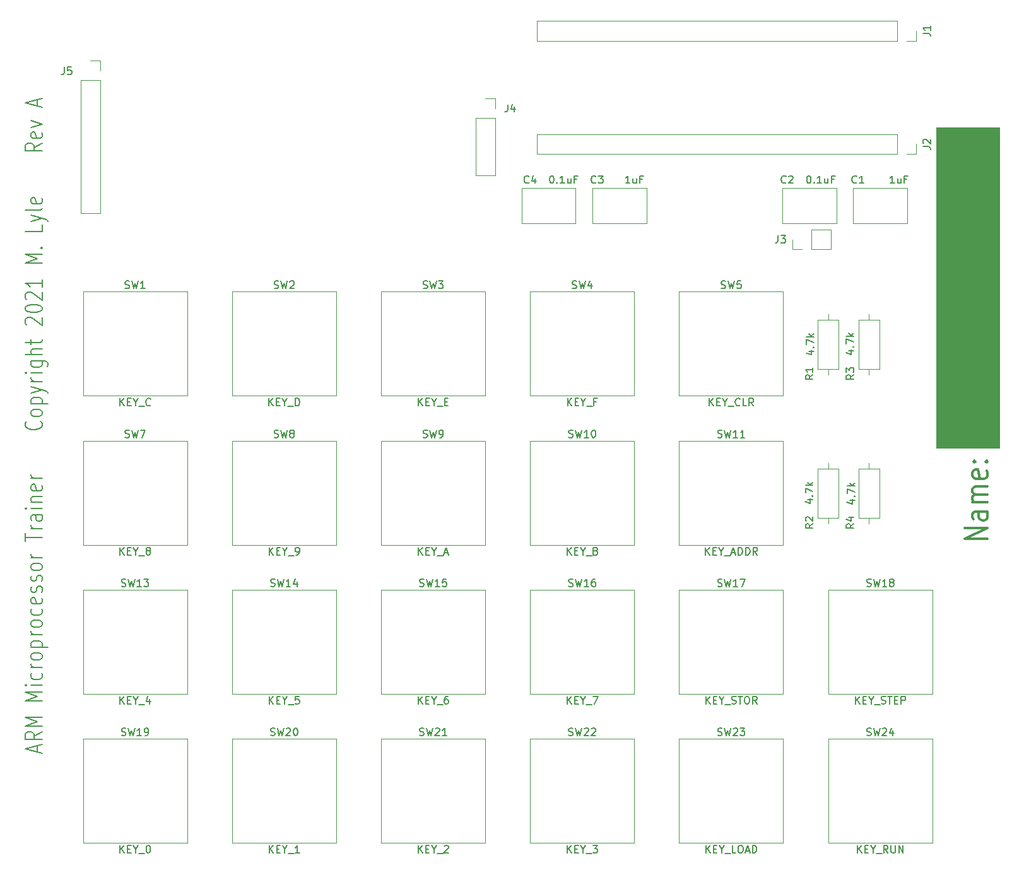
<source format=gbr>
%TF.GenerationSoftware,KiCad,Pcbnew,(5.1.6)-1*%
%TF.CreationDate,2021-09-19T20:18:01-07:00*%
%TF.ProjectId,MicroTrainer,4d696372-6f54-4726-9169-6e65722e6b69,rev?*%
%TF.SameCoordinates,Original*%
%TF.FileFunction,Legend,Top*%
%TF.FilePolarity,Positive*%
%FSLAX46Y46*%
G04 Gerber Fmt 4.6, Leading zero omitted, Abs format (unit mm)*
G04 Created by KiCad (PCBNEW (5.1.6)-1) date 2021-09-19 20:18:01*
%MOMM*%
%LPD*%
G01*
G04 APERTURE LIST*
%ADD10C,0.100000*%
%ADD11C,0.330000*%
%ADD12C,0.190000*%
%ADD13C,0.120000*%
%ADD14C,0.150000*%
G04 APERTURE END LIST*
D10*
G36*
X146000000Y-79000000D02*
G01*
X137500000Y-79000000D01*
X137500000Y-36000000D01*
X146000000Y-36000000D01*
X146000000Y-79000000D01*
G37*
X146000000Y-79000000D02*
X137500000Y-79000000D01*
X137500000Y-36000000D01*
X146000000Y-36000000D01*
X146000000Y-79000000D01*
D11*
X144402380Y-91178571D02*
X141302380Y-91178571D01*
X144402380Y-89750000D01*
X141302380Y-89750000D01*
X144402380Y-87488095D02*
X142778571Y-87488095D01*
X142483333Y-87607142D01*
X142335714Y-87845238D01*
X142335714Y-88321428D01*
X142483333Y-88559523D01*
X144254761Y-87488095D02*
X144402380Y-87726190D01*
X144402380Y-88321428D01*
X144254761Y-88559523D01*
X143959523Y-88678571D01*
X143664285Y-88678571D01*
X143369047Y-88559523D01*
X143221428Y-88321428D01*
X143221428Y-87726190D01*
X143073809Y-87488095D01*
X144402380Y-86297619D02*
X142335714Y-86297619D01*
X142630952Y-86297619D02*
X142483333Y-86178571D01*
X142335714Y-85940476D01*
X142335714Y-85583333D01*
X142483333Y-85345238D01*
X142778571Y-85226190D01*
X144402380Y-85226190D01*
X142778571Y-85226190D02*
X142483333Y-85107142D01*
X142335714Y-84869047D01*
X142335714Y-84511904D01*
X142483333Y-84273809D01*
X142778571Y-84154761D01*
X144402380Y-84154761D01*
X144254761Y-82011904D02*
X144402380Y-82250000D01*
X144402380Y-82726190D01*
X144254761Y-82964285D01*
X143959523Y-83083333D01*
X142778571Y-83083333D01*
X142483333Y-82964285D01*
X142335714Y-82726190D01*
X142335714Y-82250000D01*
X142483333Y-82011904D01*
X142778571Y-81892857D01*
X143073809Y-81892857D01*
X143369047Y-83083333D01*
X144107142Y-80821428D02*
X144254761Y-80702380D01*
X144402380Y-80821428D01*
X144254761Y-80940476D01*
X144107142Y-80821428D01*
X144402380Y-80821428D01*
X142483333Y-80821428D02*
X142630952Y-80702380D01*
X142778571Y-80821428D01*
X142630952Y-80940476D01*
X142483333Y-80821428D01*
X142778571Y-80821428D01*
D12*
X16883333Y-119757142D02*
X16883333Y-118899999D01*
X17540476Y-119928571D02*
X15240476Y-119328571D01*
X17540476Y-118728571D01*
X17540476Y-117099999D02*
X16445238Y-117699999D01*
X17540476Y-118128571D02*
X15240476Y-118128571D01*
X15240476Y-117442857D01*
X15349999Y-117271428D01*
X15459523Y-117185714D01*
X15678571Y-117099999D01*
X16007142Y-117099999D01*
X16226190Y-117185714D01*
X16335714Y-117271428D01*
X16445238Y-117442857D01*
X16445238Y-118128571D01*
X17540476Y-116328571D02*
X15240476Y-116328571D01*
X16883333Y-115728571D01*
X15240476Y-115128571D01*
X17540476Y-115128571D01*
X17540476Y-112899999D02*
X15240476Y-112899999D01*
X16883333Y-112299999D01*
X15240476Y-111699999D01*
X17540476Y-111699999D01*
X17540476Y-110842857D02*
X16007142Y-110842857D01*
X15240476Y-110842857D02*
X15349999Y-110928571D01*
X15459523Y-110842857D01*
X15349999Y-110757142D01*
X15240476Y-110842857D01*
X15459523Y-110842857D01*
X17430952Y-109214285D02*
X17540476Y-109385714D01*
X17540476Y-109728571D01*
X17430952Y-109899999D01*
X17321428Y-109985714D01*
X17102380Y-110071428D01*
X16445238Y-110071428D01*
X16226190Y-109985714D01*
X16116666Y-109899999D01*
X16007142Y-109728571D01*
X16007142Y-109385714D01*
X16116666Y-109214285D01*
X17540476Y-108442857D02*
X16007142Y-108442857D01*
X16445238Y-108442857D02*
X16226190Y-108357142D01*
X16116666Y-108271428D01*
X16007142Y-108099999D01*
X16007142Y-107928571D01*
X17540476Y-107071428D02*
X17430952Y-107242857D01*
X17321428Y-107328571D01*
X17102380Y-107414285D01*
X16445238Y-107414285D01*
X16226190Y-107328571D01*
X16116666Y-107242857D01*
X16007142Y-107071428D01*
X16007142Y-106814285D01*
X16116666Y-106642857D01*
X16226190Y-106557142D01*
X16445238Y-106471428D01*
X17102380Y-106471428D01*
X17321428Y-106557142D01*
X17430952Y-106642857D01*
X17540476Y-106814285D01*
X17540476Y-107071428D01*
X16007142Y-105699999D02*
X18307142Y-105699999D01*
X16116666Y-105699999D02*
X16007142Y-105528571D01*
X16007142Y-105185714D01*
X16116666Y-105014285D01*
X16226190Y-104928571D01*
X16445238Y-104842857D01*
X17102380Y-104842857D01*
X17321428Y-104928571D01*
X17430952Y-105014285D01*
X17540476Y-105185714D01*
X17540476Y-105528571D01*
X17430952Y-105699999D01*
X17540476Y-104071428D02*
X16007142Y-104071428D01*
X16445238Y-104071428D02*
X16226190Y-103985714D01*
X16116666Y-103899999D01*
X16007142Y-103728571D01*
X16007142Y-103557142D01*
X17540476Y-102699999D02*
X17430952Y-102871428D01*
X17321428Y-102957142D01*
X17102380Y-103042857D01*
X16445238Y-103042857D01*
X16226190Y-102957142D01*
X16116666Y-102871428D01*
X16007142Y-102699999D01*
X16007142Y-102442857D01*
X16116666Y-102271428D01*
X16226190Y-102185714D01*
X16445238Y-102099999D01*
X17102380Y-102099999D01*
X17321428Y-102185714D01*
X17430952Y-102271428D01*
X17540476Y-102442857D01*
X17540476Y-102699999D01*
X17430952Y-100557142D02*
X17540476Y-100728571D01*
X17540476Y-101071428D01*
X17430952Y-101242857D01*
X17321428Y-101328571D01*
X17102380Y-101414285D01*
X16445238Y-101414285D01*
X16226190Y-101328571D01*
X16116666Y-101242857D01*
X16007142Y-101071428D01*
X16007142Y-100728571D01*
X16116666Y-100557142D01*
X17430952Y-99099999D02*
X17540476Y-99271428D01*
X17540476Y-99614285D01*
X17430952Y-99785714D01*
X17211904Y-99871428D01*
X16335714Y-99871428D01*
X16116666Y-99785714D01*
X16007142Y-99614285D01*
X16007142Y-99271428D01*
X16116666Y-99099999D01*
X16335714Y-99014285D01*
X16554761Y-99014285D01*
X16773809Y-99871428D01*
X17430952Y-98328571D02*
X17540476Y-98157142D01*
X17540476Y-97814285D01*
X17430952Y-97642857D01*
X17211904Y-97557142D01*
X17102380Y-97557142D01*
X16883333Y-97642857D01*
X16773809Y-97814285D01*
X16773809Y-98071428D01*
X16664285Y-98242857D01*
X16445238Y-98328571D01*
X16335714Y-98328571D01*
X16116666Y-98242857D01*
X16007142Y-98071428D01*
X16007142Y-97814285D01*
X16116666Y-97642857D01*
X17430952Y-96871428D02*
X17540476Y-96699999D01*
X17540476Y-96357142D01*
X17430952Y-96185714D01*
X17211904Y-96099999D01*
X17102380Y-96099999D01*
X16883333Y-96185714D01*
X16773809Y-96357142D01*
X16773809Y-96614285D01*
X16664285Y-96785714D01*
X16445238Y-96871428D01*
X16335714Y-96871428D01*
X16116666Y-96785714D01*
X16007142Y-96614285D01*
X16007142Y-96357142D01*
X16116666Y-96185714D01*
X17540476Y-95071428D02*
X17430952Y-95242857D01*
X17321428Y-95328571D01*
X17102380Y-95414285D01*
X16445238Y-95414285D01*
X16226190Y-95328571D01*
X16116666Y-95242857D01*
X16007142Y-95071428D01*
X16007142Y-94814285D01*
X16116666Y-94642857D01*
X16226190Y-94557142D01*
X16445238Y-94471428D01*
X17102380Y-94471428D01*
X17321428Y-94557142D01*
X17430952Y-94642857D01*
X17540476Y-94814285D01*
X17540476Y-95071428D01*
X17540476Y-93699999D02*
X16007142Y-93699999D01*
X16445238Y-93699999D02*
X16226190Y-93614285D01*
X16116666Y-93528571D01*
X16007142Y-93357142D01*
X16007142Y-93185714D01*
X15240476Y-91471428D02*
X15240476Y-90442857D01*
X17540476Y-90957142D02*
X15240476Y-90957142D01*
X17540476Y-89842857D02*
X16007142Y-89842857D01*
X16445238Y-89842857D02*
X16226190Y-89757142D01*
X16116666Y-89671428D01*
X16007142Y-89499999D01*
X16007142Y-89328571D01*
X17540476Y-87957142D02*
X16335714Y-87957142D01*
X16116666Y-88042857D01*
X16007142Y-88214285D01*
X16007142Y-88557142D01*
X16116666Y-88728571D01*
X17430952Y-87957142D02*
X17540476Y-88128571D01*
X17540476Y-88557142D01*
X17430952Y-88728571D01*
X17211904Y-88814285D01*
X16992857Y-88814285D01*
X16773809Y-88728571D01*
X16664285Y-88557142D01*
X16664285Y-88128571D01*
X16554761Y-87957142D01*
X17540476Y-87099999D02*
X16007142Y-87099999D01*
X15240476Y-87099999D02*
X15350000Y-87185714D01*
X15459523Y-87099999D01*
X15350000Y-87014285D01*
X15240476Y-87099999D01*
X15459523Y-87099999D01*
X16007142Y-86242857D02*
X17540476Y-86242857D01*
X16226190Y-86242857D02*
X16116666Y-86157142D01*
X16007142Y-85985714D01*
X16007142Y-85728571D01*
X16116666Y-85557142D01*
X16335714Y-85471428D01*
X17540476Y-85471428D01*
X17430952Y-83928571D02*
X17540476Y-84099999D01*
X17540476Y-84442857D01*
X17430952Y-84614285D01*
X17211904Y-84699999D01*
X16335714Y-84699999D01*
X16116666Y-84614285D01*
X16007142Y-84442857D01*
X16007142Y-84099999D01*
X16116666Y-83928571D01*
X16335714Y-83842857D01*
X16554761Y-83842857D01*
X16773809Y-84699999D01*
X17540476Y-83071428D02*
X16007142Y-83071428D01*
X16445238Y-83071428D02*
X16226190Y-82985714D01*
X16116666Y-82899999D01*
X16007142Y-82728571D01*
X16007142Y-82557142D01*
X17321428Y-75442857D02*
X17430952Y-75528571D01*
X17540476Y-75785714D01*
X17540476Y-75957142D01*
X17430952Y-76214285D01*
X17211904Y-76385714D01*
X16992857Y-76471428D01*
X16554761Y-76557142D01*
X16226190Y-76557142D01*
X15788095Y-76471428D01*
X15569047Y-76385714D01*
X15350000Y-76214285D01*
X15240476Y-75957142D01*
X15240476Y-75785714D01*
X15350000Y-75528571D01*
X15459523Y-75442857D01*
X17540476Y-74414285D02*
X17430952Y-74585714D01*
X17321428Y-74671428D01*
X17102380Y-74757142D01*
X16445238Y-74757142D01*
X16226190Y-74671428D01*
X16116666Y-74585714D01*
X16007142Y-74414285D01*
X16007142Y-74157142D01*
X16116666Y-73985714D01*
X16226190Y-73899999D01*
X16445238Y-73814285D01*
X17102380Y-73814285D01*
X17321428Y-73899999D01*
X17430952Y-73985714D01*
X17540476Y-74157142D01*
X17540476Y-74414285D01*
X16007142Y-73042857D02*
X18307142Y-73042857D01*
X16116666Y-73042857D02*
X16007142Y-72871428D01*
X16007142Y-72528571D01*
X16116666Y-72357142D01*
X16226190Y-72271428D01*
X16445238Y-72185714D01*
X17102380Y-72185714D01*
X17321428Y-72271428D01*
X17430952Y-72357142D01*
X17540476Y-72528571D01*
X17540476Y-72871428D01*
X17430952Y-73042857D01*
X16007142Y-71585714D02*
X17540476Y-71157142D01*
X16007142Y-70728571D02*
X17540476Y-71157142D01*
X18088095Y-71328571D01*
X18197619Y-71414285D01*
X18307142Y-71585714D01*
X17540476Y-70042857D02*
X16007142Y-70042857D01*
X16445238Y-70042857D02*
X16226190Y-69957142D01*
X16116666Y-69871428D01*
X16007142Y-69699999D01*
X16007142Y-69528571D01*
X17540476Y-68928571D02*
X16007142Y-68928571D01*
X15240476Y-68928571D02*
X15350000Y-69014285D01*
X15459523Y-68928571D01*
X15350000Y-68842857D01*
X15240476Y-68928571D01*
X15459523Y-68928571D01*
X16007142Y-67299999D02*
X17869047Y-67299999D01*
X18088095Y-67385714D01*
X18197619Y-67471428D01*
X18307142Y-67642857D01*
X18307142Y-67899999D01*
X18197619Y-68071428D01*
X17430952Y-67299999D02*
X17540476Y-67471428D01*
X17540476Y-67814285D01*
X17430952Y-67985714D01*
X17321428Y-68071428D01*
X17102380Y-68157142D01*
X16445238Y-68157142D01*
X16226190Y-68071428D01*
X16116666Y-67985714D01*
X16007142Y-67814285D01*
X16007142Y-67471428D01*
X16116666Y-67299999D01*
X17540476Y-66442857D02*
X15240476Y-66442857D01*
X17540476Y-65671428D02*
X16335714Y-65671428D01*
X16116666Y-65757142D01*
X16007142Y-65928571D01*
X16007142Y-66185714D01*
X16116666Y-66357142D01*
X16226190Y-66442857D01*
X16007142Y-65071428D02*
X16007142Y-64385714D01*
X15240476Y-64814285D02*
X17211904Y-64814285D01*
X17430952Y-64728571D01*
X17540476Y-64557142D01*
X17540476Y-64385714D01*
X15459523Y-62499999D02*
X15350000Y-62414285D01*
X15240476Y-62242857D01*
X15240476Y-61814285D01*
X15350000Y-61642857D01*
X15459523Y-61557142D01*
X15678571Y-61471428D01*
X15897619Y-61471428D01*
X16226190Y-61557142D01*
X17540476Y-62585714D01*
X17540476Y-61471428D01*
X15240476Y-60357142D02*
X15240476Y-60185714D01*
X15350000Y-60014285D01*
X15459523Y-59928571D01*
X15678571Y-59842857D01*
X16116666Y-59757142D01*
X16664285Y-59757142D01*
X17102380Y-59842857D01*
X17321428Y-59928571D01*
X17430952Y-60014285D01*
X17540476Y-60185714D01*
X17540476Y-60357142D01*
X17430952Y-60528571D01*
X17321428Y-60614285D01*
X17102380Y-60699999D01*
X16664285Y-60785714D01*
X16116666Y-60785714D01*
X15678571Y-60699999D01*
X15459523Y-60614285D01*
X15350000Y-60528571D01*
X15240476Y-60357142D01*
X15459523Y-59071428D02*
X15350000Y-58985714D01*
X15240476Y-58814285D01*
X15240476Y-58385714D01*
X15350000Y-58214285D01*
X15459523Y-58128571D01*
X15678571Y-58042857D01*
X15897619Y-58042857D01*
X16226190Y-58128571D01*
X17540476Y-59157142D01*
X17540476Y-58042857D01*
X17540476Y-56328571D02*
X17540476Y-57357142D01*
X17540476Y-56842857D02*
X15240476Y-56842857D01*
X15569047Y-57014285D01*
X15788095Y-57185714D01*
X15897619Y-57357142D01*
X17540476Y-54185714D02*
X15240476Y-54185714D01*
X16883333Y-53585714D01*
X15240476Y-52985714D01*
X17540476Y-52985714D01*
X17321428Y-52128571D02*
X17430952Y-52042857D01*
X17540476Y-52128571D01*
X17430952Y-52214285D01*
X17321428Y-52128571D01*
X17540476Y-52128571D01*
X17540476Y-49042857D02*
X17540476Y-49899999D01*
X15240476Y-49899999D01*
X16007142Y-48614285D02*
X17540476Y-48185714D01*
X16007142Y-47757142D02*
X17540476Y-48185714D01*
X18088095Y-48357142D01*
X18197619Y-48442857D01*
X18307142Y-48614285D01*
X17540476Y-46814285D02*
X17430952Y-46985714D01*
X17211904Y-47071428D01*
X15240476Y-47071428D01*
X17430952Y-45442857D02*
X17540476Y-45614285D01*
X17540476Y-45957142D01*
X17430952Y-46128571D01*
X17211904Y-46214285D01*
X16335714Y-46214285D01*
X16116666Y-46128571D01*
X16007142Y-45957142D01*
X16007142Y-45614285D01*
X16116666Y-45442857D01*
X16335714Y-45357142D01*
X16554761Y-45357142D01*
X16773809Y-46214285D01*
X17540476Y-38071428D02*
X16445238Y-38671428D01*
X17540476Y-39099999D02*
X15240476Y-39099999D01*
X15240476Y-38414285D01*
X15350000Y-38242857D01*
X15459523Y-38157142D01*
X15678571Y-38071428D01*
X16007142Y-38071428D01*
X16226190Y-38157142D01*
X16335714Y-38242857D01*
X16445238Y-38414285D01*
X16445238Y-39099999D01*
X17430952Y-36614285D02*
X17540476Y-36785714D01*
X17540476Y-37128571D01*
X17430952Y-37299999D01*
X17211904Y-37385714D01*
X16335714Y-37385714D01*
X16116666Y-37299999D01*
X16007142Y-37128571D01*
X16007142Y-36785714D01*
X16116666Y-36614285D01*
X16335714Y-36528571D01*
X16554761Y-36528571D01*
X16773809Y-37385714D01*
X16007142Y-35928571D02*
X17540476Y-35499999D01*
X16007142Y-35071428D01*
X16883333Y-33099999D02*
X16883333Y-32242857D01*
X17540476Y-33271428D02*
X15240476Y-32671428D01*
X17540476Y-32071428D01*
D13*
%TO.C,J3*%
X123380000Y-52340000D02*
X123380000Y-49680000D01*
X120780000Y-52340000D02*
X123380000Y-52340000D01*
X120780000Y-49680000D02*
X123380000Y-49680000D01*
X120780000Y-52340000D02*
X120780000Y-49680000D01*
X119510000Y-52340000D02*
X118180000Y-52340000D01*
X118180000Y-52340000D02*
X118180000Y-51010000D01*
%TO.C,J5*%
X22670000Y-29630000D02*
X25330000Y-29630000D01*
X22670000Y-29630000D02*
X22670000Y-47470000D01*
X22670000Y-47470000D02*
X25330000Y-47470000D01*
X25330000Y-29630000D02*
X25330000Y-47470000D01*
X25330000Y-27030000D02*
X25330000Y-28360000D01*
X24000000Y-27030000D02*
X25330000Y-27030000D01*
%TO.C,J4*%
X75670000Y-34710000D02*
X78330000Y-34710000D01*
X75670000Y-34710000D02*
X75670000Y-42390000D01*
X75670000Y-42390000D02*
X78330000Y-42390000D01*
X78330000Y-34710000D02*
X78330000Y-42390000D01*
X78330000Y-32110000D02*
X78330000Y-33440000D01*
X77000000Y-32110000D02*
X78330000Y-32110000D01*
%TO.C,J2*%
X132230000Y-36870000D02*
X132230000Y-39530000D01*
X132230000Y-36870000D02*
X83910000Y-36870000D01*
X83910000Y-36870000D02*
X83910000Y-39530000D01*
X132230000Y-39530000D02*
X83910000Y-39530000D01*
X134830000Y-39530000D02*
X133500000Y-39530000D01*
X134830000Y-38200000D02*
X134830000Y-39530000D01*
%TO.C,J1*%
X132230000Y-21670000D02*
X132230000Y-24330000D01*
X132230000Y-21670000D02*
X83910000Y-21670000D01*
X83910000Y-21670000D02*
X83910000Y-24330000D01*
X132230000Y-24330000D02*
X83910000Y-24330000D01*
X134830000Y-24330000D02*
X133500000Y-24330000D01*
X134830000Y-23000000D02*
X134830000Y-24330000D01*
%TO.C,C4*%
X81880000Y-44130000D02*
X89120000Y-44130000D01*
X81880000Y-48870000D02*
X89120000Y-48870000D01*
X81880000Y-44130000D02*
X81880000Y-48870000D01*
X89120000Y-44130000D02*
X89120000Y-48870000D01*
%TO.C,C3*%
X91380000Y-44130000D02*
X98620000Y-44130000D01*
X91380000Y-48870000D02*
X98620000Y-48870000D01*
X91380000Y-44130000D02*
X91380000Y-48870000D01*
X98620000Y-44130000D02*
X98620000Y-48870000D01*
%TO.C,C2*%
X116880000Y-44130000D02*
X124120000Y-44130000D01*
X116880000Y-48870000D02*
X124120000Y-48870000D01*
X116880000Y-44130000D02*
X116880000Y-48870000D01*
X124120000Y-44130000D02*
X124120000Y-48870000D01*
%TO.C,C1*%
X126380000Y-44130000D02*
X133620000Y-44130000D01*
X126380000Y-48870000D02*
X133620000Y-48870000D01*
X126380000Y-44130000D02*
X126380000Y-48870000D01*
X133620000Y-44130000D02*
X133620000Y-48870000D01*
%TO.C,SW24*%
X123015000Y-118015000D02*
X136985000Y-118015000D01*
X136985000Y-118015000D02*
X136985000Y-131985000D01*
X136985000Y-131985000D02*
X123015000Y-131985000D01*
X123015000Y-131985000D02*
X123015000Y-118015000D01*
%TO.C,SW23*%
X103015000Y-118015000D02*
X116985000Y-118015000D01*
X116985000Y-118015000D02*
X116985000Y-131985000D01*
X116985000Y-131985000D02*
X103015000Y-131985000D01*
X103015000Y-131985000D02*
X103015000Y-118015000D01*
%TO.C,SW22*%
X83015000Y-118015000D02*
X96985000Y-118015000D01*
X96985000Y-118015000D02*
X96985000Y-131985000D01*
X96985000Y-131985000D02*
X83015000Y-131985000D01*
X83015000Y-131985000D02*
X83015000Y-118015000D01*
%TO.C,SW21*%
X63015000Y-118015000D02*
X76985000Y-118015000D01*
X76985000Y-118015000D02*
X76985000Y-131985000D01*
X76985000Y-131985000D02*
X63015000Y-131985000D01*
X63015000Y-131985000D02*
X63015000Y-118015000D01*
%TO.C,SW20*%
X43015000Y-118015000D02*
X56985000Y-118015000D01*
X56985000Y-118015000D02*
X56985000Y-131985000D01*
X56985000Y-131985000D02*
X43015000Y-131985000D01*
X43015000Y-131985000D02*
X43015000Y-118015000D01*
%TO.C,SW19*%
X23015000Y-118015000D02*
X36985000Y-118015000D01*
X36985000Y-118015000D02*
X36985000Y-131985000D01*
X36985000Y-131985000D02*
X23015000Y-131985000D01*
X23015000Y-131985000D02*
X23015000Y-118015000D01*
%TO.C,SW18*%
X123015000Y-98015000D02*
X136985000Y-98015000D01*
X136985000Y-98015000D02*
X136985000Y-111985000D01*
X136985000Y-111985000D02*
X123015000Y-111985000D01*
X123015000Y-111985000D02*
X123015000Y-98015000D01*
%TO.C,SW17*%
X103015000Y-98015000D02*
X116985000Y-98015000D01*
X116985000Y-98015000D02*
X116985000Y-111985000D01*
X116985000Y-111985000D02*
X103015000Y-111985000D01*
X103015000Y-111985000D02*
X103015000Y-98015000D01*
%TO.C,SW16*%
X83015000Y-98015000D02*
X96985000Y-98015000D01*
X96985000Y-98015000D02*
X96985000Y-111985000D01*
X96985000Y-111985000D02*
X83015000Y-111985000D01*
X83015000Y-111985000D02*
X83015000Y-98015000D01*
%TO.C,SW15*%
X63015000Y-98015000D02*
X76985000Y-98015000D01*
X76985000Y-98015000D02*
X76985000Y-111985000D01*
X76985000Y-111985000D02*
X63015000Y-111985000D01*
X63015000Y-111985000D02*
X63015000Y-98015000D01*
%TO.C,SW14*%
X43015000Y-98015000D02*
X56985000Y-98015000D01*
X56985000Y-98015000D02*
X56985000Y-111985000D01*
X56985000Y-111985000D02*
X43015000Y-111985000D01*
X43015000Y-111985000D02*
X43015000Y-98015000D01*
%TO.C,SW13*%
X23015000Y-98015000D02*
X36985000Y-98015000D01*
X36985000Y-98015000D02*
X36985000Y-111985000D01*
X36985000Y-111985000D02*
X23015000Y-111985000D01*
X23015000Y-111985000D02*
X23015000Y-98015000D01*
%TO.C,SW11*%
X103015000Y-78015000D02*
X116985000Y-78015000D01*
X116985000Y-78015000D02*
X116985000Y-91985000D01*
X116985000Y-91985000D02*
X103015000Y-91985000D01*
X103015000Y-91985000D02*
X103015000Y-78015000D01*
%TO.C,SW10*%
X83015000Y-78015000D02*
X96985000Y-78015000D01*
X96985000Y-78015000D02*
X96985000Y-91985000D01*
X96985000Y-91985000D02*
X83015000Y-91985000D01*
X83015000Y-91985000D02*
X83015000Y-78015000D01*
%TO.C,SW9*%
X63015000Y-78015000D02*
X76985000Y-78015000D01*
X76985000Y-78015000D02*
X76985000Y-91985000D01*
X76985000Y-91985000D02*
X63015000Y-91985000D01*
X63015000Y-91985000D02*
X63015000Y-78015000D01*
%TO.C,SW8*%
X43015000Y-78015000D02*
X56985000Y-78015000D01*
X56985000Y-78015000D02*
X56985000Y-91985000D01*
X56985000Y-91985000D02*
X43015000Y-91985000D01*
X43015000Y-91985000D02*
X43015000Y-78015000D01*
%TO.C,SW7*%
X23015000Y-78015000D02*
X36985000Y-78015000D01*
X36985000Y-78015000D02*
X36985000Y-91985000D01*
X36985000Y-91985000D02*
X23015000Y-91985000D01*
X23015000Y-91985000D02*
X23015000Y-78015000D01*
%TO.C,SW5*%
X103015000Y-58015000D02*
X116985000Y-58015000D01*
X116985000Y-58015000D02*
X116985000Y-71985000D01*
X116985000Y-71985000D02*
X103015000Y-71985000D01*
X103015000Y-71985000D02*
X103015000Y-58015000D01*
%TO.C,SW4*%
X83015000Y-58015000D02*
X96985000Y-58015000D01*
X96985000Y-58015000D02*
X96985000Y-71985000D01*
X96985000Y-71985000D02*
X83015000Y-71985000D01*
X83015000Y-71985000D02*
X83015000Y-58015000D01*
%TO.C,SW3*%
X63015000Y-58015000D02*
X76985000Y-58015000D01*
X76985000Y-58015000D02*
X76985000Y-71985000D01*
X76985000Y-71985000D02*
X63015000Y-71985000D01*
X63015000Y-71985000D02*
X63015000Y-58015000D01*
%TO.C,SW2*%
X43015000Y-58015000D02*
X56985000Y-58015000D01*
X56985000Y-58015000D02*
X56985000Y-71985000D01*
X56985000Y-71985000D02*
X43015000Y-71985000D01*
X43015000Y-71985000D02*
X43015000Y-58015000D01*
%TO.C,SW1*%
X23015000Y-58015000D02*
X36985000Y-58015000D01*
X36985000Y-58015000D02*
X36985000Y-71985000D01*
X36985000Y-71985000D02*
X23015000Y-71985000D01*
X23015000Y-71985000D02*
X23015000Y-58015000D01*
%TO.C,R4*%
X129870000Y-81810000D02*
X127130000Y-81810000D01*
X127130000Y-81810000D02*
X127130000Y-88350000D01*
X127130000Y-88350000D02*
X129870000Y-88350000D01*
X129870000Y-88350000D02*
X129870000Y-81810000D01*
X128500000Y-81040000D02*
X128500000Y-81810000D01*
X128500000Y-89120000D02*
X128500000Y-88350000D01*
%TO.C,R3*%
X129870000Y-61810000D02*
X127130000Y-61810000D01*
X127130000Y-61810000D02*
X127130000Y-68350000D01*
X127130000Y-68350000D02*
X129870000Y-68350000D01*
X129870000Y-68350000D02*
X129870000Y-61810000D01*
X128500000Y-61040000D02*
X128500000Y-61810000D01*
X128500000Y-69120000D02*
X128500000Y-68350000D01*
%TO.C,R2*%
X124370000Y-81810000D02*
X121630000Y-81810000D01*
X121630000Y-81810000D02*
X121630000Y-88350000D01*
X121630000Y-88350000D02*
X124370000Y-88350000D01*
X124370000Y-88350000D02*
X124370000Y-81810000D01*
X123000000Y-81040000D02*
X123000000Y-81810000D01*
X123000000Y-89120000D02*
X123000000Y-88350000D01*
%TO.C,R1*%
X124370000Y-61810000D02*
X121630000Y-61810000D01*
X121630000Y-61810000D02*
X121630000Y-68350000D01*
X121630000Y-68350000D02*
X124370000Y-68350000D01*
X124370000Y-68350000D02*
X124370000Y-61810000D01*
X123000000Y-61040000D02*
X123000000Y-61810000D01*
X123000000Y-69120000D02*
X123000000Y-68350000D01*
%TO.C,J3*%
D14*
X116266666Y-50472380D02*
X116266666Y-51186666D01*
X116219047Y-51329523D01*
X116123809Y-51424761D01*
X115980952Y-51472380D01*
X115885714Y-51472380D01*
X116647619Y-50472380D02*
X117266666Y-50472380D01*
X116933333Y-50853333D01*
X117076190Y-50853333D01*
X117171428Y-50900952D01*
X117219047Y-50948571D01*
X117266666Y-51043809D01*
X117266666Y-51281904D01*
X117219047Y-51377142D01*
X117171428Y-51424761D01*
X117076190Y-51472380D01*
X116790476Y-51472380D01*
X116695238Y-51424761D01*
X116647619Y-51377142D01*
%TO.C,J5*%
X20491666Y-27877380D02*
X20491666Y-28591666D01*
X20444047Y-28734523D01*
X20348809Y-28829761D01*
X20205952Y-28877380D01*
X20110714Y-28877380D01*
X21444047Y-27877380D02*
X20967857Y-27877380D01*
X20920238Y-28353571D01*
X20967857Y-28305952D01*
X21063095Y-28258333D01*
X21301190Y-28258333D01*
X21396428Y-28305952D01*
X21444047Y-28353571D01*
X21491666Y-28448809D01*
X21491666Y-28686904D01*
X21444047Y-28782142D01*
X21396428Y-28829761D01*
X21301190Y-28877380D01*
X21063095Y-28877380D01*
X20967857Y-28829761D01*
X20920238Y-28782142D01*
%TO.C,J4*%
X79991666Y-32877380D02*
X79991666Y-33591666D01*
X79944047Y-33734523D01*
X79848809Y-33829761D01*
X79705952Y-33877380D01*
X79610714Y-33877380D01*
X80896428Y-33210714D02*
X80896428Y-33877380D01*
X80658333Y-32829761D02*
X80420238Y-33544047D01*
X81039285Y-33544047D01*
%TO.C,J2*%
X135722380Y-38533333D02*
X136436666Y-38533333D01*
X136579523Y-38580952D01*
X136674761Y-38676190D01*
X136722380Y-38819047D01*
X136722380Y-38914285D01*
X135817619Y-38104761D02*
X135770000Y-38057142D01*
X135722380Y-37961904D01*
X135722380Y-37723809D01*
X135770000Y-37628571D01*
X135817619Y-37580952D01*
X135912857Y-37533333D01*
X136008095Y-37533333D01*
X136150952Y-37580952D01*
X136722380Y-38152380D01*
X136722380Y-37533333D01*
%TO.C,J1*%
X135722380Y-23333333D02*
X136436666Y-23333333D01*
X136579523Y-23380952D01*
X136674761Y-23476190D01*
X136722380Y-23619047D01*
X136722380Y-23714285D01*
X136722380Y-22333333D02*
X136722380Y-22904761D01*
X136722380Y-22619047D02*
X135722380Y-22619047D01*
X135865238Y-22714285D01*
X135960476Y-22809523D01*
X136008095Y-22904761D01*
%TO.C,C4*%
X82833333Y-43357142D02*
X82785714Y-43404761D01*
X82642857Y-43452380D01*
X82547619Y-43452380D01*
X82404761Y-43404761D01*
X82309523Y-43309523D01*
X82261904Y-43214285D01*
X82214285Y-43023809D01*
X82214285Y-42880952D01*
X82261904Y-42690476D01*
X82309523Y-42595238D01*
X82404761Y-42500000D01*
X82547619Y-42452380D01*
X82642857Y-42452380D01*
X82785714Y-42500000D01*
X82833333Y-42547619D01*
X83690476Y-42785714D02*
X83690476Y-43452380D01*
X83452380Y-42404761D02*
X83214285Y-43119047D01*
X83833333Y-43119047D01*
X85857142Y-42452380D02*
X85952380Y-42452380D01*
X86047619Y-42500000D01*
X86095238Y-42547619D01*
X86142857Y-42642857D01*
X86190476Y-42833333D01*
X86190476Y-43071428D01*
X86142857Y-43261904D01*
X86095238Y-43357142D01*
X86047619Y-43404761D01*
X85952380Y-43452380D01*
X85857142Y-43452380D01*
X85761904Y-43404761D01*
X85714285Y-43357142D01*
X85666666Y-43261904D01*
X85619047Y-43071428D01*
X85619047Y-42833333D01*
X85666666Y-42642857D01*
X85714285Y-42547619D01*
X85761904Y-42500000D01*
X85857142Y-42452380D01*
X86619047Y-43357142D02*
X86666666Y-43404761D01*
X86619047Y-43452380D01*
X86571428Y-43404761D01*
X86619047Y-43357142D01*
X86619047Y-43452380D01*
X87619047Y-43452380D02*
X87047619Y-43452380D01*
X87333333Y-43452380D02*
X87333333Y-42452380D01*
X87238095Y-42595238D01*
X87142857Y-42690476D01*
X87047619Y-42738095D01*
X88476190Y-42785714D02*
X88476190Y-43452380D01*
X88047619Y-42785714D02*
X88047619Y-43309523D01*
X88095238Y-43404761D01*
X88190476Y-43452380D01*
X88333333Y-43452380D01*
X88428571Y-43404761D01*
X88476190Y-43357142D01*
X89285714Y-42928571D02*
X88952380Y-42928571D01*
X88952380Y-43452380D02*
X88952380Y-42452380D01*
X89428571Y-42452380D01*
%TO.C,C3*%
X91833333Y-43357142D02*
X91785714Y-43404761D01*
X91642857Y-43452380D01*
X91547619Y-43452380D01*
X91404761Y-43404761D01*
X91309523Y-43309523D01*
X91261904Y-43214285D01*
X91214285Y-43023809D01*
X91214285Y-42880952D01*
X91261904Y-42690476D01*
X91309523Y-42595238D01*
X91404761Y-42500000D01*
X91547619Y-42452380D01*
X91642857Y-42452380D01*
X91785714Y-42500000D01*
X91833333Y-42547619D01*
X92166666Y-42452380D02*
X92785714Y-42452380D01*
X92452380Y-42833333D01*
X92595238Y-42833333D01*
X92690476Y-42880952D01*
X92738095Y-42928571D01*
X92785714Y-43023809D01*
X92785714Y-43261904D01*
X92738095Y-43357142D01*
X92690476Y-43404761D01*
X92595238Y-43452380D01*
X92309523Y-43452380D01*
X92214285Y-43404761D01*
X92166666Y-43357142D01*
X96404761Y-43452380D02*
X95833333Y-43452380D01*
X96119047Y-43452380D02*
X96119047Y-42452380D01*
X96023809Y-42595238D01*
X95928571Y-42690476D01*
X95833333Y-42738095D01*
X97261904Y-42785714D02*
X97261904Y-43452380D01*
X96833333Y-42785714D02*
X96833333Y-43309523D01*
X96880952Y-43404761D01*
X96976190Y-43452380D01*
X97119047Y-43452380D01*
X97214285Y-43404761D01*
X97261904Y-43357142D01*
X98071428Y-42928571D02*
X97738095Y-42928571D01*
X97738095Y-43452380D02*
X97738095Y-42452380D01*
X98214285Y-42452380D01*
%TO.C,C2*%
X117333333Y-43357142D02*
X117285714Y-43404761D01*
X117142857Y-43452380D01*
X117047619Y-43452380D01*
X116904761Y-43404761D01*
X116809523Y-43309523D01*
X116761904Y-43214285D01*
X116714285Y-43023809D01*
X116714285Y-42880952D01*
X116761904Y-42690476D01*
X116809523Y-42595238D01*
X116904761Y-42500000D01*
X117047619Y-42452380D01*
X117142857Y-42452380D01*
X117285714Y-42500000D01*
X117333333Y-42547619D01*
X117714285Y-42547619D02*
X117761904Y-42500000D01*
X117857142Y-42452380D01*
X118095238Y-42452380D01*
X118190476Y-42500000D01*
X118238095Y-42547619D01*
X118285714Y-42642857D01*
X118285714Y-42738095D01*
X118238095Y-42880952D01*
X117666666Y-43452380D01*
X118285714Y-43452380D01*
X120357142Y-42452380D02*
X120452380Y-42452380D01*
X120547619Y-42500000D01*
X120595238Y-42547619D01*
X120642857Y-42642857D01*
X120690476Y-42833333D01*
X120690476Y-43071428D01*
X120642857Y-43261904D01*
X120595238Y-43357142D01*
X120547619Y-43404761D01*
X120452380Y-43452380D01*
X120357142Y-43452380D01*
X120261904Y-43404761D01*
X120214285Y-43357142D01*
X120166666Y-43261904D01*
X120119047Y-43071428D01*
X120119047Y-42833333D01*
X120166666Y-42642857D01*
X120214285Y-42547619D01*
X120261904Y-42500000D01*
X120357142Y-42452380D01*
X121119047Y-43357142D02*
X121166666Y-43404761D01*
X121119047Y-43452380D01*
X121071428Y-43404761D01*
X121119047Y-43357142D01*
X121119047Y-43452380D01*
X122119047Y-43452380D02*
X121547619Y-43452380D01*
X121833333Y-43452380D02*
X121833333Y-42452380D01*
X121738095Y-42595238D01*
X121642857Y-42690476D01*
X121547619Y-42738095D01*
X122976190Y-42785714D02*
X122976190Y-43452380D01*
X122547619Y-42785714D02*
X122547619Y-43309523D01*
X122595238Y-43404761D01*
X122690476Y-43452380D01*
X122833333Y-43452380D01*
X122928571Y-43404761D01*
X122976190Y-43357142D01*
X123785714Y-42928571D02*
X123452380Y-42928571D01*
X123452380Y-43452380D02*
X123452380Y-42452380D01*
X123928571Y-42452380D01*
%TO.C,C1*%
X126833333Y-43357142D02*
X126785714Y-43404761D01*
X126642857Y-43452380D01*
X126547619Y-43452380D01*
X126404761Y-43404761D01*
X126309523Y-43309523D01*
X126261904Y-43214285D01*
X126214285Y-43023809D01*
X126214285Y-42880952D01*
X126261904Y-42690476D01*
X126309523Y-42595238D01*
X126404761Y-42500000D01*
X126547619Y-42452380D01*
X126642857Y-42452380D01*
X126785714Y-42500000D01*
X126833333Y-42547619D01*
X127785714Y-43452380D02*
X127214285Y-43452380D01*
X127500000Y-43452380D02*
X127500000Y-42452380D01*
X127404761Y-42595238D01*
X127309523Y-42690476D01*
X127214285Y-42738095D01*
X131904761Y-43452380D02*
X131333333Y-43452380D01*
X131619047Y-43452380D02*
X131619047Y-42452380D01*
X131523809Y-42595238D01*
X131428571Y-42690476D01*
X131333333Y-42738095D01*
X132761904Y-42785714D02*
X132761904Y-43452380D01*
X132333333Y-42785714D02*
X132333333Y-43309523D01*
X132380952Y-43404761D01*
X132476190Y-43452380D01*
X132619047Y-43452380D01*
X132714285Y-43404761D01*
X132761904Y-43357142D01*
X133571428Y-42928571D02*
X133238095Y-42928571D01*
X133238095Y-43452380D02*
X133238095Y-42452380D01*
X133714285Y-42452380D01*
%TO.C,SW24*%
X128190476Y-117530761D02*
X128333333Y-117578380D01*
X128571428Y-117578380D01*
X128666666Y-117530761D01*
X128714285Y-117483142D01*
X128761904Y-117387904D01*
X128761904Y-117292666D01*
X128714285Y-117197428D01*
X128666666Y-117149809D01*
X128571428Y-117102190D01*
X128380952Y-117054571D01*
X128285714Y-117006952D01*
X128238095Y-116959333D01*
X128190476Y-116864095D01*
X128190476Y-116768857D01*
X128238095Y-116673619D01*
X128285714Y-116626000D01*
X128380952Y-116578380D01*
X128619047Y-116578380D01*
X128761904Y-116626000D01*
X129095238Y-116578380D02*
X129333333Y-117578380D01*
X129523809Y-116864095D01*
X129714285Y-117578380D01*
X129952380Y-116578380D01*
X130285714Y-116673619D02*
X130333333Y-116626000D01*
X130428571Y-116578380D01*
X130666666Y-116578380D01*
X130761904Y-116626000D01*
X130809523Y-116673619D01*
X130857142Y-116768857D01*
X130857142Y-116864095D01*
X130809523Y-117006952D01*
X130238095Y-117578380D01*
X130857142Y-117578380D01*
X131714285Y-116911714D02*
X131714285Y-117578380D01*
X131476190Y-116530761D02*
X131238095Y-117245047D01*
X131857142Y-117245047D01*
X126928571Y-133326380D02*
X126928571Y-132326380D01*
X127500000Y-133326380D02*
X127071428Y-132754952D01*
X127500000Y-132326380D02*
X126928571Y-132897809D01*
X127928571Y-132802571D02*
X128261904Y-132802571D01*
X128404761Y-133326380D02*
X127928571Y-133326380D01*
X127928571Y-132326380D01*
X128404761Y-132326380D01*
X129023809Y-132850190D02*
X129023809Y-133326380D01*
X128690476Y-132326380D02*
X129023809Y-132850190D01*
X129357142Y-132326380D01*
X129452380Y-133421619D02*
X130214285Y-133421619D01*
X131023809Y-133326380D02*
X130690476Y-132850190D01*
X130452380Y-133326380D02*
X130452380Y-132326380D01*
X130833333Y-132326380D01*
X130928571Y-132374000D01*
X130976190Y-132421619D01*
X131023809Y-132516857D01*
X131023809Y-132659714D01*
X130976190Y-132754952D01*
X130928571Y-132802571D01*
X130833333Y-132850190D01*
X130452380Y-132850190D01*
X131452380Y-132326380D02*
X131452380Y-133135904D01*
X131500000Y-133231142D01*
X131547619Y-133278761D01*
X131642857Y-133326380D01*
X131833333Y-133326380D01*
X131928571Y-133278761D01*
X131976190Y-133231142D01*
X132023809Y-133135904D01*
X132023809Y-132326380D01*
X132500000Y-133326380D02*
X132500000Y-132326380D01*
X133071428Y-133326380D01*
X133071428Y-132326380D01*
%TO.C,SW23*%
X108190476Y-117530761D02*
X108333333Y-117578380D01*
X108571428Y-117578380D01*
X108666666Y-117530761D01*
X108714285Y-117483142D01*
X108761904Y-117387904D01*
X108761904Y-117292666D01*
X108714285Y-117197428D01*
X108666666Y-117149809D01*
X108571428Y-117102190D01*
X108380952Y-117054571D01*
X108285714Y-117006952D01*
X108238095Y-116959333D01*
X108190476Y-116864095D01*
X108190476Y-116768857D01*
X108238095Y-116673619D01*
X108285714Y-116626000D01*
X108380952Y-116578380D01*
X108619047Y-116578380D01*
X108761904Y-116626000D01*
X109095238Y-116578380D02*
X109333333Y-117578380D01*
X109523809Y-116864095D01*
X109714285Y-117578380D01*
X109952380Y-116578380D01*
X110285714Y-116673619D02*
X110333333Y-116626000D01*
X110428571Y-116578380D01*
X110666666Y-116578380D01*
X110761904Y-116626000D01*
X110809523Y-116673619D01*
X110857142Y-116768857D01*
X110857142Y-116864095D01*
X110809523Y-117006952D01*
X110238095Y-117578380D01*
X110857142Y-117578380D01*
X111190476Y-116578380D02*
X111809523Y-116578380D01*
X111476190Y-116959333D01*
X111619047Y-116959333D01*
X111714285Y-117006952D01*
X111761904Y-117054571D01*
X111809523Y-117149809D01*
X111809523Y-117387904D01*
X111761904Y-117483142D01*
X111714285Y-117530761D01*
X111619047Y-117578380D01*
X111333333Y-117578380D01*
X111238095Y-117530761D01*
X111190476Y-117483142D01*
X106619047Y-133326380D02*
X106619047Y-132326380D01*
X107190476Y-133326380D02*
X106761904Y-132754952D01*
X107190476Y-132326380D02*
X106619047Y-132897809D01*
X107619047Y-132802571D02*
X107952380Y-132802571D01*
X108095238Y-133326380D02*
X107619047Y-133326380D01*
X107619047Y-132326380D01*
X108095238Y-132326380D01*
X108714285Y-132850190D02*
X108714285Y-133326380D01*
X108380952Y-132326380D02*
X108714285Y-132850190D01*
X109047619Y-132326380D01*
X109142857Y-133421619D02*
X109904761Y-133421619D01*
X110619047Y-133326380D02*
X110142857Y-133326380D01*
X110142857Y-132326380D01*
X111142857Y-132326380D02*
X111333333Y-132326380D01*
X111428571Y-132374000D01*
X111523809Y-132469238D01*
X111571428Y-132659714D01*
X111571428Y-132993047D01*
X111523809Y-133183523D01*
X111428571Y-133278761D01*
X111333333Y-133326380D01*
X111142857Y-133326380D01*
X111047619Y-133278761D01*
X110952380Y-133183523D01*
X110904761Y-132993047D01*
X110904761Y-132659714D01*
X110952380Y-132469238D01*
X111047619Y-132374000D01*
X111142857Y-132326380D01*
X111952380Y-133040666D02*
X112428571Y-133040666D01*
X111857142Y-133326380D02*
X112190476Y-132326380D01*
X112523809Y-133326380D01*
X112857142Y-133326380D02*
X112857142Y-132326380D01*
X113095238Y-132326380D01*
X113238095Y-132374000D01*
X113333333Y-132469238D01*
X113380952Y-132564476D01*
X113428571Y-132754952D01*
X113428571Y-132897809D01*
X113380952Y-133088285D01*
X113333333Y-133183523D01*
X113238095Y-133278761D01*
X113095238Y-133326380D01*
X112857142Y-133326380D01*
%TO.C,SW22*%
X88190476Y-117530761D02*
X88333333Y-117578380D01*
X88571428Y-117578380D01*
X88666666Y-117530761D01*
X88714285Y-117483142D01*
X88761904Y-117387904D01*
X88761904Y-117292666D01*
X88714285Y-117197428D01*
X88666666Y-117149809D01*
X88571428Y-117102190D01*
X88380952Y-117054571D01*
X88285714Y-117006952D01*
X88238095Y-116959333D01*
X88190476Y-116864095D01*
X88190476Y-116768857D01*
X88238095Y-116673619D01*
X88285714Y-116626000D01*
X88380952Y-116578380D01*
X88619047Y-116578380D01*
X88761904Y-116626000D01*
X89095238Y-116578380D02*
X89333333Y-117578380D01*
X89523809Y-116864095D01*
X89714285Y-117578380D01*
X89952380Y-116578380D01*
X90285714Y-116673619D02*
X90333333Y-116626000D01*
X90428571Y-116578380D01*
X90666666Y-116578380D01*
X90761904Y-116626000D01*
X90809523Y-116673619D01*
X90857142Y-116768857D01*
X90857142Y-116864095D01*
X90809523Y-117006952D01*
X90238095Y-117578380D01*
X90857142Y-117578380D01*
X91238095Y-116673619D02*
X91285714Y-116626000D01*
X91380952Y-116578380D01*
X91619047Y-116578380D01*
X91714285Y-116626000D01*
X91761904Y-116673619D01*
X91809523Y-116768857D01*
X91809523Y-116864095D01*
X91761904Y-117006952D01*
X91190476Y-117578380D01*
X91809523Y-117578380D01*
X88000000Y-133326380D02*
X88000000Y-132326380D01*
X88571428Y-133326380D02*
X88142857Y-132754952D01*
X88571428Y-132326380D02*
X88000000Y-132897809D01*
X89000000Y-132802571D02*
X89333333Y-132802571D01*
X89476190Y-133326380D02*
X89000000Y-133326380D01*
X89000000Y-132326380D01*
X89476190Y-132326380D01*
X90095238Y-132850190D02*
X90095238Y-133326380D01*
X89761904Y-132326380D02*
X90095238Y-132850190D01*
X90428571Y-132326380D01*
X90523809Y-133421619D02*
X91285714Y-133421619D01*
X91428571Y-132326380D02*
X92047619Y-132326380D01*
X91714285Y-132707333D01*
X91857142Y-132707333D01*
X91952380Y-132754952D01*
X92000000Y-132802571D01*
X92047619Y-132897809D01*
X92047619Y-133135904D01*
X92000000Y-133231142D01*
X91952380Y-133278761D01*
X91857142Y-133326380D01*
X91571428Y-133326380D01*
X91476190Y-133278761D01*
X91428571Y-133231142D01*
%TO.C,SW21*%
X68190476Y-117530761D02*
X68333333Y-117578380D01*
X68571428Y-117578380D01*
X68666666Y-117530761D01*
X68714285Y-117483142D01*
X68761904Y-117387904D01*
X68761904Y-117292666D01*
X68714285Y-117197428D01*
X68666666Y-117149809D01*
X68571428Y-117102190D01*
X68380952Y-117054571D01*
X68285714Y-117006952D01*
X68238095Y-116959333D01*
X68190476Y-116864095D01*
X68190476Y-116768857D01*
X68238095Y-116673619D01*
X68285714Y-116626000D01*
X68380952Y-116578380D01*
X68619047Y-116578380D01*
X68761904Y-116626000D01*
X69095238Y-116578380D02*
X69333333Y-117578380D01*
X69523809Y-116864095D01*
X69714285Y-117578380D01*
X69952380Y-116578380D01*
X70285714Y-116673619D02*
X70333333Y-116626000D01*
X70428571Y-116578380D01*
X70666666Y-116578380D01*
X70761904Y-116626000D01*
X70809523Y-116673619D01*
X70857142Y-116768857D01*
X70857142Y-116864095D01*
X70809523Y-117006952D01*
X70238095Y-117578380D01*
X70857142Y-117578380D01*
X71809523Y-117578380D02*
X71238095Y-117578380D01*
X71523809Y-117578380D02*
X71523809Y-116578380D01*
X71428571Y-116721238D01*
X71333333Y-116816476D01*
X71238095Y-116864095D01*
X68000000Y-133326380D02*
X68000000Y-132326380D01*
X68571428Y-133326380D02*
X68142857Y-132754952D01*
X68571428Y-132326380D02*
X68000000Y-132897809D01*
X69000000Y-132802571D02*
X69333333Y-132802571D01*
X69476190Y-133326380D02*
X69000000Y-133326380D01*
X69000000Y-132326380D01*
X69476190Y-132326380D01*
X70095238Y-132850190D02*
X70095238Y-133326380D01*
X69761904Y-132326380D02*
X70095238Y-132850190D01*
X70428571Y-132326380D01*
X70523809Y-133421619D02*
X71285714Y-133421619D01*
X71476190Y-132421619D02*
X71523809Y-132374000D01*
X71619047Y-132326380D01*
X71857142Y-132326380D01*
X71952380Y-132374000D01*
X72000000Y-132421619D01*
X72047619Y-132516857D01*
X72047619Y-132612095D01*
X72000000Y-132754952D01*
X71428571Y-133326380D01*
X72047619Y-133326380D01*
%TO.C,SW20*%
X48190476Y-117530761D02*
X48333333Y-117578380D01*
X48571428Y-117578380D01*
X48666666Y-117530761D01*
X48714285Y-117483142D01*
X48761904Y-117387904D01*
X48761904Y-117292666D01*
X48714285Y-117197428D01*
X48666666Y-117149809D01*
X48571428Y-117102190D01*
X48380952Y-117054571D01*
X48285714Y-117006952D01*
X48238095Y-116959333D01*
X48190476Y-116864095D01*
X48190476Y-116768857D01*
X48238095Y-116673619D01*
X48285714Y-116626000D01*
X48380952Y-116578380D01*
X48619047Y-116578380D01*
X48761904Y-116626000D01*
X49095238Y-116578380D02*
X49333333Y-117578380D01*
X49523809Y-116864095D01*
X49714285Y-117578380D01*
X49952380Y-116578380D01*
X50285714Y-116673619D02*
X50333333Y-116626000D01*
X50428571Y-116578380D01*
X50666666Y-116578380D01*
X50761904Y-116626000D01*
X50809523Y-116673619D01*
X50857142Y-116768857D01*
X50857142Y-116864095D01*
X50809523Y-117006952D01*
X50238095Y-117578380D01*
X50857142Y-117578380D01*
X51476190Y-116578380D02*
X51571428Y-116578380D01*
X51666666Y-116626000D01*
X51714285Y-116673619D01*
X51761904Y-116768857D01*
X51809523Y-116959333D01*
X51809523Y-117197428D01*
X51761904Y-117387904D01*
X51714285Y-117483142D01*
X51666666Y-117530761D01*
X51571428Y-117578380D01*
X51476190Y-117578380D01*
X51380952Y-117530761D01*
X51333333Y-117483142D01*
X51285714Y-117387904D01*
X51238095Y-117197428D01*
X51238095Y-116959333D01*
X51285714Y-116768857D01*
X51333333Y-116673619D01*
X51380952Y-116626000D01*
X51476190Y-116578380D01*
X48000000Y-133326380D02*
X48000000Y-132326380D01*
X48571428Y-133326380D02*
X48142857Y-132754952D01*
X48571428Y-132326380D02*
X48000000Y-132897809D01*
X49000000Y-132802571D02*
X49333333Y-132802571D01*
X49476190Y-133326380D02*
X49000000Y-133326380D01*
X49000000Y-132326380D01*
X49476190Y-132326380D01*
X50095238Y-132850190D02*
X50095238Y-133326380D01*
X49761904Y-132326380D02*
X50095238Y-132850190D01*
X50428571Y-132326380D01*
X50523809Y-133421619D02*
X51285714Y-133421619D01*
X52047619Y-133326380D02*
X51476190Y-133326380D01*
X51761904Y-133326380D02*
X51761904Y-132326380D01*
X51666666Y-132469238D01*
X51571428Y-132564476D01*
X51476190Y-132612095D01*
%TO.C,SW19*%
X28190476Y-117530761D02*
X28333333Y-117578380D01*
X28571428Y-117578380D01*
X28666666Y-117530761D01*
X28714285Y-117483142D01*
X28761904Y-117387904D01*
X28761904Y-117292666D01*
X28714285Y-117197428D01*
X28666666Y-117149809D01*
X28571428Y-117102190D01*
X28380952Y-117054571D01*
X28285714Y-117006952D01*
X28238095Y-116959333D01*
X28190476Y-116864095D01*
X28190476Y-116768857D01*
X28238095Y-116673619D01*
X28285714Y-116626000D01*
X28380952Y-116578380D01*
X28619047Y-116578380D01*
X28761904Y-116626000D01*
X29095238Y-116578380D02*
X29333333Y-117578380D01*
X29523809Y-116864095D01*
X29714285Y-117578380D01*
X29952380Y-116578380D01*
X30857142Y-117578380D02*
X30285714Y-117578380D01*
X30571428Y-117578380D02*
X30571428Y-116578380D01*
X30476190Y-116721238D01*
X30380952Y-116816476D01*
X30285714Y-116864095D01*
X31333333Y-117578380D02*
X31523809Y-117578380D01*
X31619047Y-117530761D01*
X31666666Y-117483142D01*
X31761904Y-117340285D01*
X31809523Y-117149809D01*
X31809523Y-116768857D01*
X31761904Y-116673619D01*
X31714285Y-116626000D01*
X31619047Y-116578380D01*
X31428571Y-116578380D01*
X31333333Y-116626000D01*
X31285714Y-116673619D01*
X31238095Y-116768857D01*
X31238095Y-117006952D01*
X31285714Y-117102190D01*
X31333333Y-117149809D01*
X31428571Y-117197428D01*
X31619047Y-117197428D01*
X31714285Y-117149809D01*
X31761904Y-117102190D01*
X31809523Y-117006952D01*
X28000000Y-133326380D02*
X28000000Y-132326380D01*
X28571428Y-133326380D02*
X28142857Y-132754952D01*
X28571428Y-132326380D02*
X28000000Y-132897809D01*
X29000000Y-132802571D02*
X29333333Y-132802571D01*
X29476190Y-133326380D02*
X29000000Y-133326380D01*
X29000000Y-132326380D01*
X29476190Y-132326380D01*
X30095238Y-132850190D02*
X30095238Y-133326380D01*
X29761904Y-132326380D02*
X30095238Y-132850190D01*
X30428571Y-132326380D01*
X30523809Y-133421619D02*
X31285714Y-133421619D01*
X31714285Y-132326380D02*
X31809523Y-132326380D01*
X31904761Y-132374000D01*
X31952380Y-132421619D01*
X32000000Y-132516857D01*
X32047619Y-132707333D01*
X32047619Y-132945428D01*
X32000000Y-133135904D01*
X31952380Y-133231142D01*
X31904761Y-133278761D01*
X31809523Y-133326380D01*
X31714285Y-133326380D01*
X31619047Y-133278761D01*
X31571428Y-133231142D01*
X31523809Y-133135904D01*
X31476190Y-132945428D01*
X31476190Y-132707333D01*
X31523809Y-132516857D01*
X31571428Y-132421619D01*
X31619047Y-132374000D01*
X31714285Y-132326380D01*
%TO.C,SW18*%
X128190476Y-97530761D02*
X128333333Y-97578380D01*
X128571428Y-97578380D01*
X128666666Y-97530761D01*
X128714285Y-97483142D01*
X128761904Y-97387904D01*
X128761904Y-97292666D01*
X128714285Y-97197428D01*
X128666666Y-97149809D01*
X128571428Y-97102190D01*
X128380952Y-97054571D01*
X128285714Y-97006952D01*
X128238095Y-96959333D01*
X128190476Y-96864095D01*
X128190476Y-96768857D01*
X128238095Y-96673619D01*
X128285714Y-96626000D01*
X128380952Y-96578380D01*
X128619047Y-96578380D01*
X128761904Y-96626000D01*
X129095238Y-96578380D02*
X129333333Y-97578380D01*
X129523809Y-96864095D01*
X129714285Y-97578380D01*
X129952380Y-96578380D01*
X130857142Y-97578380D02*
X130285714Y-97578380D01*
X130571428Y-97578380D02*
X130571428Y-96578380D01*
X130476190Y-96721238D01*
X130380952Y-96816476D01*
X130285714Y-96864095D01*
X131428571Y-97006952D02*
X131333333Y-96959333D01*
X131285714Y-96911714D01*
X131238095Y-96816476D01*
X131238095Y-96768857D01*
X131285714Y-96673619D01*
X131333333Y-96626000D01*
X131428571Y-96578380D01*
X131619047Y-96578380D01*
X131714285Y-96626000D01*
X131761904Y-96673619D01*
X131809523Y-96768857D01*
X131809523Y-96816476D01*
X131761904Y-96911714D01*
X131714285Y-96959333D01*
X131619047Y-97006952D01*
X131428571Y-97006952D01*
X131333333Y-97054571D01*
X131285714Y-97102190D01*
X131238095Y-97197428D01*
X131238095Y-97387904D01*
X131285714Y-97483142D01*
X131333333Y-97530761D01*
X131428571Y-97578380D01*
X131619047Y-97578380D01*
X131714285Y-97530761D01*
X131761904Y-97483142D01*
X131809523Y-97387904D01*
X131809523Y-97197428D01*
X131761904Y-97102190D01*
X131714285Y-97054571D01*
X131619047Y-97006952D01*
X126666666Y-113326380D02*
X126666666Y-112326380D01*
X127238095Y-113326380D02*
X126809523Y-112754952D01*
X127238095Y-112326380D02*
X126666666Y-112897809D01*
X127666666Y-112802571D02*
X128000000Y-112802571D01*
X128142857Y-113326380D02*
X127666666Y-113326380D01*
X127666666Y-112326380D01*
X128142857Y-112326380D01*
X128761904Y-112850190D02*
X128761904Y-113326380D01*
X128428571Y-112326380D02*
X128761904Y-112850190D01*
X129095238Y-112326380D01*
X129190476Y-113421619D02*
X129952380Y-113421619D01*
X130142857Y-113278761D02*
X130285714Y-113326380D01*
X130523809Y-113326380D01*
X130619047Y-113278761D01*
X130666666Y-113231142D01*
X130714285Y-113135904D01*
X130714285Y-113040666D01*
X130666666Y-112945428D01*
X130619047Y-112897809D01*
X130523809Y-112850190D01*
X130333333Y-112802571D01*
X130238095Y-112754952D01*
X130190476Y-112707333D01*
X130142857Y-112612095D01*
X130142857Y-112516857D01*
X130190476Y-112421619D01*
X130238095Y-112374000D01*
X130333333Y-112326380D01*
X130571428Y-112326380D01*
X130714285Y-112374000D01*
X131000000Y-112326380D02*
X131571428Y-112326380D01*
X131285714Y-113326380D02*
X131285714Y-112326380D01*
X131904761Y-112802571D02*
X132238095Y-112802571D01*
X132380952Y-113326380D02*
X131904761Y-113326380D01*
X131904761Y-112326380D01*
X132380952Y-112326380D01*
X132809523Y-113326380D02*
X132809523Y-112326380D01*
X133190476Y-112326380D01*
X133285714Y-112374000D01*
X133333333Y-112421619D01*
X133380952Y-112516857D01*
X133380952Y-112659714D01*
X133333333Y-112754952D01*
X133285714Y-112802571D01*
X133190476Y-112850190D01*
X132809523Y-112850190D01*
%TO.C,SW17*%
X108190476Y-97530761D02*
X108333333Y-97578380D01*
X108571428Y-97578380D01*
X108666666Y-97530761D01*
X108714285Y-97483142D01*
X108761904Y-97387904D01*
X108761904Y-97292666D01*
X108714285Y-97197428D01*
X108666666Y-97149809D01*
X108571428Y-97102190D01*
X108380952Y-97054571D01*
X108285714Y-97006952D01*
X108238095Y-96959333D01*
X108190476Y-96864095D01*
X108190476Y-96768857D01*
X108238095Y-96673619D01*
X108285714Y-96626000D01*
X108380952Y-96578380D01*
X108619047Y-96578380D01*
X108761904Y-96626000D01*
X109095238Y-96578380D02*
X109333333Y-97578380D01*
X109523809Y-96864095D01*
X109714285Y-97578380D01*
X109952380Y-96578380D01*
X110857142Y-97578380D02*
X110285714Y-97578380D01*
X110571428Y-97578380D02*
X110571428Y-96578380D01*
X110476190Y-96721238D01*
X110380952Y-96816476D01*
X110285714Y-96864095D01*
X111190476Y-96578380D02*
X111857142Y-96578380D01*
X111428571Y-97578380D01*
X106595238Y-113326380D02*
X106595238Y-112326380D01*
X107166666Y-113326380D02*
X106738095Y-112754952D01*
X107166666Y-112326380D02*
X106595238Y-112897809D01*
X107595238Y-112802571D02*
X107928571Y-112802571D01*
X108071428Y-113326380D02*
X107595238Y-113326380D01*
X107595238Y-112326380D01*
X108071428Y-112326380D01*
X108690476Y-112850190D02*
X108690476Y-113326380D01*
X108357142Y-112326380D02*
X108690476Y-112850190D01*
X109023809Y-112326380D01*
X109119047Y-113421619D02*
X109880952Y-113421619D01*
X110071428Y-113278761D02*
X110214285Y-113326380D01*
X110452380Y-113326380D01*
X110547619Y-113278761D01*
X110595238Y-113231142D01*
X110642857Y-113135904D01*
X110642857Y-113040666D01*
X110595238Y-112945428D01*
X110547619Y-112897809D01*
X110452380Y-112850190D01*
X110261904Y-112802571D01*
X110166666Y-112754952D01*
X110119047Y-112707333D01*
X110071428Y-112612095D01*
X110071428Y-112516857D01*
X110119047Y-112421619D01*
X110166666Y-112374000D01*
X110261904Y-112326380D01*
X110500000Y-112326380D01*
X110642857Y-112374000D01*
X110928571Y-112326380D02*
X111500000Y-112326380D01*
X111214285Y-113326380D02*
X111214285Y-112326380D01*
X112023809Y-112326380D02*
X112214285Y-112326380D01*
X112309523Y-112374000D01*
X112404761Y-112469238D01*
X112452380Y-112659714D01*
X112452380Y-112993047D01*
X112404761Y-113183523D01*
X112309523Y-113278761D01*
X112214285Y-113326380D01*
X112023809Y-113326380D01*
X111928571Y-113278761D01*
X111833333Y-113183523D01*
X111785714Y-112993047D01*
X111785714Y-112659714D01*
X111833333Y-112469238D01*
X111928571Y-112374000D01*
X112023809Y-112326380D01*
X113452380Y-113326380D02*
X113119047Y-112850190D01*
X112880952Y-113326380D02*
X112880952Y-112326380D01*
X113261904Y-112326380D01*
X113357142Y-112374000D01*
X113404761Y-112421619D01*
X113452380Y-112516857D01*
X113452380Y-112659714D01*
X113404761Y-112754952D01*
X113357142Y-112802571D01*
X113261904Y-112850190D01*
X112880952Y-112850190D01*
%TO.C,SW16*%
X88190476Y-97530761D02*
X88333333Y-97578380D01*
X88571428Y-97578380D01*
X88666666Y-97530761D01*
X88714285Y-97483142D01*
X88761904Y-97387904D01*
X88761904Y-97292666D01*
X88714285Y-97197428D01*
X88666666Y-97149809D01*
X88571428Y-97102190D01*
X88380952Y-97054571D01*
X88285714Y-97006952D01*
X88238095Y-96959333D01*
X88190476Y-96864095D01*
X88190476Y-96768857D01*
X88238095Y-96673619D01*
X88285714Y-96626000D01*
X88380952Y-96578380D01*
X88619047Y-96578380D01*
X88761904Y-96626000D01*
X89095238Y-96578380D02*
X89333333Y-97578380D01*
X89523809Y-96864095D01*
X89714285Y-97578380D01*
X89952380Y-96578380D01*
X90857142Y-97578380D02*
X90285714Y-97578380D01*
X90571428Y-97578380D02*
X90571428Y-96578380D01*
X90476190Y-96721238D01*
X90380952Y-96816476D01*
X90285714Y-96864095D01*
X91714285Y-96578380D02*
X91523809Y-96578380D01*
X91428571Y-96626000D01*
X91380952Y-96673619D01*
X91285714Y-96816476D01*
X91238095Y-97006952D01*
X91238095Y-97387904D01*
X91285714Y-97483142D01*
X91333333Y-97530761D01*
X91428571Y-97578380D01*
X91619047Y-97578380D01*
X91714285Y-97530761D01*
X91761904Y-97483142D01*
X91809523Y-97387904D01*
X91809523Y-97149809D01*
X91761904Y-97054571D01*
X91714285Y-97006952D01*
X91619047Y-96959333D01*
X91428571Y-96959333D01*
X91333333Y-97006952D01*
X91285714Y-97054571D01*
X91238095Y-97149809D01*
X88000000Y-113326380D02*
X88000000Y-112326380D01*
X88571428Y-113326380D02*
X88142857Y-112754952D01*
X88571428Y-112326380D02*
X88000000Y-112897809D01*
X89000000Y-112802571D02*
X89333333Y-112802571D01*
X89476190Y-113326380D02*
X89000000Y-113326380D01*
X89000000Y-112326380D01*
X89476190Y-112326380D01*
X90095238Y-112850190D02*
X90095238Y-113326380D01*
X89761904Y-112326380D02*
X90095238Y-112850190D01*
X90428571Y-112326380D01*
X90523809Y-113421619D02*
X91285714Y-113421619D01*
X91428571Y-112326380D02*
X92095238Y-112326380D01*
X91666666Y-113326380D01*
%TO.C,SW15*%
X68190476Y-97530761D02*
X68333333Y-97578380D01*
X68571428Y-97578380D01*
X68666666Y-97530761D01*
X68714285Y-97483142D01*
X68761904Y-97387904D01*
X68761904Y-97292666D01*
X68714285Y-97197428D01*
X68666666Y-97149809D01*
X68571428Y-97102190D01*
X68380952Y-97054571D01*
X68285714Y-97006952D01*
X68238095Y-96959333D01*
X68190476Y-96864095D01*
X68190476Y-96768857D01*
X68238095Y-96673619D01*
X68285714Y-96626000D01*
X68380952Y-96578380D01*
X68619047Y-96578380D01*
X68761904Y-96626000D01*
X69095238Y-96578380D02*
X69333333Y-97578380D01*
X69523809Y-96864095D01*
X69714285Y-97578380D01*
X69952380Y-96578380D01*
X70857142Y-97578380D02*
X70285714Y-97578380D01*
X70571428Y-97578380D02*
X70571428Y-96578380D01*
X70476190Y-96721238D01*
X70380952Y-96816476D01*
X70285714Y-96864095D01*
X71761904Y-96578380D02*
X71285714Y-96578380D01*
X71238095Y-97054571D01*
X71285714Y-97006952D01*
X71380952Y-96959333D01*
X71619047Y-96959333D01*
X71714285Y-97006952D01*
X71761904Y-97054571D01*
X71809523Y-97149809D01*
X71809523Y-97387904D01*
X71761904Y-97483142D01*
X71714285Y-97530761D01*
X71619047Y-97578380D01*
X71380952Y-97578380D01*
X71285714Y-97530761D01*
X71238095Y-97483142D01*
X68000000Y-113326380D02*
X68000000Y-112326380D01*
X68571428Y-113326380D02*
X68142857Y-112754952D01*
X68571428Y-112326380D02*
X68000000Y-112897809D01*
X69000000Y-112802571D02*
X69333333Y-112802571D01*
X69476190Y-113326380D02*
X69000000Y-113326380D01*
X69000000Y-112326380D01*
X69476190Y-112326380D01*
X70095238Y-112850190D02*
X70095238Y-113326380D01*
X69761904Y-112326380D02*
X70095238Y-112850190D01*
X70428571Y-112326380D01*
X70523809Y-113421619D02*
X71285714Y-113421619D01*
X71952380Y-112326380D02*
X71761904Y-112326380D01*
X71666666Y-112374000D01*
X71619047Y-112421619D01*
X71523809Y-112564476D01*
X71476190Y-112754952D01*
X71476190Y-113135904D01*
X71523809Y-113231142D01*
X71571428Y-113278761D01*
X71666666Y-113326380D01*
X71857142Y-113326380D01*
X71952380Y-113278761D01*
X72000000Y-113231142D01*
X72047619Y-113135904D01*
X72047619Y-112897809D01*
X72000000Y-112802571D01*
X71952380Y-112754952D01*
X71857142Y-112707333D01*
X71666666Y-112707333D01*
X71571428Y-112754952D01*
X71523809Y-112802571D01*
X71476190Y-112897809D01*
%TO.C,SW14*%
X48190476Y-97530761D02*
X48333333Y-97578380D01*
X48571428Y-97578380D01*
X48666666Y-97530761D01*
X48714285Y-97483142D01*
X48761904Y-97387904D01*
X48761904Y-97292666D01*
X48714285Y-97197428D01*
X48666666Y-97149809D01*
X48571428Y-97102190D01*
X48380952Y-97054571D01*
X48285714Y-97006952D01*
X48238095Y-96959333D01*
X48190476Y-96864095D01*
X48190476Y-96768857D01*
X48238095Y-96673619D01*
X48285714Y-96626000D01*
X48380952Y-96578380D01*
X48619047Y-96578380D01*
X48761904Y-96626000D01*
X49095238Y-96578380D02*
X49333333Y-97578380D01*
X49523809Y-96864095D01*
X49714285Y-97578380D01*
X49952380Y-96578380D01*
X50857142Y-97578380D02*
X50285714Y-97578380D01*
X50571428Y-97578380D02*
X50571428Y-96578380D01*
X50476190Y-96721238D01*
X50380952Y-96816476D01*
X50285714Y-96864095D01*
X51714285Y-96911714D02*
X51714285Y-97578380D01*
X51476190Y-96530761D02*
X51238095Y-97245047D01*
X51857142Y-97245047D01*
X48000000Y-113326380D02*
X48000000Y-112326380D01*
X48571428Y-113326380D02*
X48142857Y-112754952D01*
X48571428Y-112326380D02*
X48000000Y-112897809D01*
X49000000Y-112802571D02*
X49333333Y-112802571D01*
X49476190Y-113326380D02*
X49000000Y-113326380D01*
X49000000Y-112326380D01*
X49476190Y-112326380D01*
X50095238Y-112850190D02*
X50095238Y-113326380D01*
X49761904Y-112326380D02*
X50095238Y-112850190D01*
X50428571Y-112326380D01*
X50523809Y-113421619D02*
X51285714Y-113421619D01*
X52000000Y-112326380D02*
X51523809Y-112326380D01*
X51476190Y-112802571D01*
X51523809Y-112754952D01*
X51619047Y-112707333D01*
X51857142Y-112707333D01*
X51952380Y-112754952D01*
X52000000Y-112802571D01*
X52047619Y-112897809D01*
X52047619Y-113135904D01*
X52000000Y-113231142D01*
X51952380Y-113278761D01*
X51857142Y-113326380D01*
X51619047Y-113326380D01*
X51523809Y-113278761D01*
X51476190Y-113231142D01*
%TO.C,SW13*%
X28190476Y-97530761D02*
X28333333Y-97578380D01*
X28571428Y-97578380D01*
X28666666Y-97530761D01*
X28714285Y-97483142D01*
X28761904Y-97387904D01*
X28761904Y-97292666D01*
X28714285Y-97197428D01*
X28666666Y-97149809D01*
X28571428Y-97102190D01*
X28380952Y-97054571D01*
X28285714Y-97006952D01*
X28238095Y-96959333D01*
X28190476Y-96864095D01*
X28190476Y-96768857D01*
X28238095Y-96673619D01*
X28285714Y-96626000D01*
X28380952Y-96578380D01*
X28619047Y-96578380D01*
X28761904Y-96626000D01*
X29095238Y-96578380D02*
X29333333Y-97578380D01*
X29523809Y-96864095D01*
X29714285Y-97578380D01*
X29952380Y-96578380D01*
X30857142Y-97578380D02*
X30285714Y-97578380D01*
X30571428Y-97578380D02*
X30571428Y-96578380D01*
X30476190Y-96721238D01*
X30380952Y-96816476D01*
X30285714Y-96864095D01*
X31190476Y-96578380D02*
X31809523Y-96578380D01*
X31476190Y-96959333D01*
X31619047Y-96959333D01*
X31714285Y-97006952D01*
X31761904Y-97054571D01*
X31809523Y-97149809D01*
X31809523Y-97387904D01*
X31761904Y-97483142D01*
X31714285Y-97530761D01*
X31619047Y-97578380D01*
X31333333Y-97578380D01*
X31238095Y-97530761D01*
X31190476Y-97483142D01*
X28000000Y-113326380D02*
X28000000Y-112326380D01*
X28571428Y-113326380D02*
X28142857Y-112754952D01*
X28571428Y-112326380D02*
X28000000Y-112897809D01*
X29000000Y-112802571D02*
X29333333Y-112802571D01*
X29476190Y-113326380D02*
X29000000Y-113326380D01*
X29000000Y-112326380D01*
X29476190Y-112326380D01*
X30095238Y-112850190D02*
X30095238Y-113326380D01*
X29761904Y-112326380D02*
X30095238Y-112850190D01*
X30428571Y-112326380D01*
X30523809Y-113421619D02*
X31285714Y-113421619D01*
X31952380Y-112659714D02*
X31952380Y-113326380D01*
X31714285Y-112278761D02*
X31476190Y-112993047D01*
X32095238Y-112993047D01*
%TO.C,SW11*%
X108190476Y-77530761D02*
X108333333Y-77578380D01*
X108571428Y-77578380D01*
X108666666Y-77530761D01*
X108714285Y-77483142D01*
X108761904Y-77387904D01*
X108761904Y-77292666D01*
X108714285Y-77197428D01*
X108666666Y-77149809D01*
X108571428Y-77102190D01*
X108380952Y-77054571D01*
X108285714Y-77006952D01*
X108238095Y-76959333D01*
X108190476Y-76864095D01*
X108190476Y-76768857D01*
X108238095Y-76673619D01*
X108285714Y-76626000D01*
X108380952Y-76578380D01*
X108619047Y-76578380D01*
X108761904Y-76626000D01*
X109095238Y-76578380D02*
X109333333Y-77578380D01*
X109523809Y-76864095D01*
X109714285Y-77578380D01*
X109952380Y-76578380D01*
X110857142Y-77578380D02*
X110285714Y-77578380D01*
X110571428Y-77578380D02*
X110571428Y-76578380D01*
X110476190Y-76721238D01*
X110380952Y-76816476D01*
X110285714Y-76864095D01*
X111809523Y-77578380D02*
X111238095Y-77578380D01*
X111523809Y-77578380D02*
X111523809Y-76578380D01*
X111428571Y-76721238D01*
X111333333Y-76816476D01*
X111238095Y-76864095D01*
X106547619Y-93326380D02*
X106547619Y-92326380D01*
X107119047Y-93326380D02*
X106690476Y-92754952D01*
X107119047Y-92326380D02*
X106547619Y-92897809D01*
X107547619Y-92802571D02*
X107880952Y-92802571D01*
X108023809Y-93326380D02*
X107547619Y-93326380D01*
X107547619Y-92326380D01*
X108023809Y-92326380D01*
X108642857Y-92850190D02*
X108642857Y-93326380D01*
X108309523Y-92326380D02*
X108642857Y-92850190D01*
X108976190Y-92326380D01*
X109071428Y-93421619D02*
X109833333Y-93421619D01*
X110023809Y-93040666D02*
X110500000Y-93040666D01*
X109928571Y-93326380D02*
X110261904Y-92326380D01*
X110595238Y-93326380D01*
X110928571Y-93326380D02*
X110928571Y-92326380D01*
X111166666Y-92326380D01*
X111309523Y-92374000D01*
X111404761Y-92469238D01*
X111452380Y-92564476D01*
X111500000Y-92754952D01*
X111500000Y-92897809D01*
X111452380Y-93088285D01*
X111404761Y-93183523D01*
X111309523Y-93278761D01*
X111166666Y-93326380D01*
X110928571Y-93326380D01*
X111928571Y-93326380D02*
X111928571Y-92326380D01*
X112166666Y-92326380D01*
X112309523Y-92374000D01*
X112404761Y-92469238D01*
X112452380Y-92564476D01*
X112500000Y-92754952D01*
X112500000Y-92897809D01*
X112452380Y-93088285D01*
X112404761Y-93183523D01*
X112309523Y-93278761D01*
X112166666Y-93326380D01*
X111928571Y-93326380D01*
X113500000Y-93326380D02*
X113166666Y-92850190D01*
X112928571Y-93326380D02*
X112928571Y-92326380D01*
X113309523Y-92326380D01*
X113404761Y-92374000D01*
X113452380Y-92421619D01*
X113500000Y-92516857D01*
X113500000Y-92659714D01*
X113452380Y-92754952D01*
X113404761Y-92802571D01*
X113309523Y-92850190D01*
X112928571Y-92850190D01*
%TO.C,SW10*%
X88190476Y-77530761D02*
X88333333Y-77578380D01*
X88571428Y-77578380D01*
X88666666Y-77530761D01*
X88714285Y-77483142D01*
X88761904Y-77387904D01*
X88761904Y-77292666D01*
X88714285Y-77197428D01*
X88666666Y-77149809D01*
X88571428Y-77102190D01*
X88380952Y-77054571D01*
X88285714Y-77006952D01*
X88238095Y-76959333D01*
X88190476Y-76864095D01*
X88190476Y-76768857D01*
X88238095Y-76673619D01*
X88285714Y-76626000D01*
X88380952Y-76578380D01*
X88619047Y-76578380D01*
X88761904Y-76626000D01*
X89095238Y-76578380D02*
X89333333Y-77578380D01*
X89523809Y-76864095D01*
X89714285Y-77578380D01*
X89952380Y-76578380D01*
X90857142Y-77578380D02*
X90285714Y-77578380D01*
X90571428Y-77578380D02*
X90571428Y-76578380D01*
X90476190Y-76721238D01*
X90380952Y-76816476D01*
X90285714Y-76864095D01*
X91476190Y-76578380D02*
X91571428Y-76578380D01*
X91666666Y-76626000D01*
X91714285Y-76673619D01*
X91761904Y-76768857D01*
X91809523Y-76959333D01*
X91809523Y-77197428D01*
X91761904Y-77387904D01*
X91714285Y-77483142D01*
X91666666Y-77530761D01*
X91571428Y-77578380D01*
X91476190Y-77578380D01*
X91380952Y-77530761D01*
X91333333Y-77483142D01*
X91285714Y-77387904D01*
X91238095Y-77197428D01*
X91238095Y-76959333D01*
X91285714Y-76768857D01*
X91333333Y-76673619D01*
X91380952Y-76626000D01*
X91476190Y-76578380D01*
X87976190Y-93326380D02*
X87976190Y-92326380D01*
X88547619Y-93326380D02*
X88119047Y-92754952D01*
X88547619Y-92326380D02*
X87976190Y-92897809D01*
X88976190Y-92802571D02*
X89309523Y-92802571D01*
X89452380Y-93326380D02*
X88976190Y-93326380D01*
X88976190Y-92326380D01*
X89452380Y-92326380D01*
X90071428Y-92850190D02*
X90071428Y-93326380D01*
X89738095Y-92326380D02*
X90071428Y-92850190D01*
X90404761Y-92326380D01*
X90500000Y-93421619D02*
X91261904Y-93421619D01*
X91833333Y-92802571D02*
X91976190Y-92850190D01*
X92023809Y-92897809D01*
X92071428Y-92993047D01*
X92071428Y-93135904D01*
X92023809Y-93231142D01*
X91976190Y-93278761D01*
X91880952Y-93326380D01*
X91500000Y-93326380D01*
X91500000Y-92326380D01*
X91833333Y-92326380D01*
X91928571Y-92374000D01*
X91976190Y-92421619D01*
X92023809Y-92516857D01*
X92023809Y-92612095D01*
X91976190Y-92707333D01*
X91928571Y-92754952D01*
X91833333Y-92802571D01*
X91500000Y-92802571D01*
%TO.C,SW9*%
X68666666Y-77530761D02*
X68809523Y-77578380D01*
X69047619Y-77578380D01*
X69142857Y-77530761D01*
X69190476Y-77483142D01*
X69238095Y-77387904D01*
X69238095Y-77292666D01*
X69190476Y-77197428D01*
X69142857Y-77149809D01*
X69047619Y-77102190D01*
X68857142Y-77054571D01*
X68761904Y-77006952D01*
X68714285Y-76959333D01*
X68666666Y-76864095D01*
X68666666Y-76768857D01*
X68714285Y-76673619D01*
X68761904Y-76626000D01*
X68857142Y-76578380D01*
X69095238Y-76578380D01*
X69238095Y-76626000D01*
X69571428Y-76578380D02*
X69809523Y-77578380D01*
X70000000Y-76864095D01*
X70190476Y-77578380D01*
X70428571Y-76578380D01*
X70857142Y-77578380D02*
X71047619Y-77578380D01*
X71142857Y-77530761D01*
X71190476Y-77483142D01*
X71285714Y-77340285D01*
X71333333Y-77149809D01*
X71333333Y-76768857D01*
X71285714Y-76673619D01*
X71238095Y-76626000D01*
X71142857Y-76578380D01*
X70952380Y-76578380D01*
X70857142Y-76626000D01*
X70809523Y-76673619D01*
X70761904Y-76768857D01*
X70761904Y-77006952D01*
X70809523Y-77102190D01*
X70857142Y-77149809D01*
X70952380Y-77197428D01*
X71142857Y-77197428D01*
X71238095Y-77149809D01*
X71285714Y-77102190D01*
X71333333Y-77006952D01*
X68047619Y-93326380D02*
X68047619Y-92326380D01*
X68619047Y-93326380D02*
X68190476Y-92754952D01*
X68619047Y-92326380D02*
X68047619Y-92897809D01*
X69047619Y-92802571D02*
X69380952Y-92802571D01*
X69523809Y-93326380D02*
X69047619Y-93326380D01*
X69047619Y-92326380D01*
X69523809Y-92326380D01*
X70142857Y-92850190D02*
X70142857Y-93326380D01*
X69809523Y-92326380D02*
X70142857Y-92850190D01*
X70476190Y-92326380D01*
X70571428Y-93421619D02*
X71333333Y-93421619D01*
X71523809Y-93040666D02*
X72000000Y-93040666D01*
X71428571Y-93326380D02*
X71761904Y-92326380D01*
X72095238Y-93326380D01*
%TO.C,SW8*%
X48666666Y-77530761D02*
X48809523Y-77578380D01*
X49047619Y-77578380D01*
X49142857Y-77530761D01*
X49190476Y-77483142D01*
X49238095Y-77387904D01*
X49238095Y-77292666D01*
X49190476Y-77197428D01*
X49142857Y-77149809D01*
X49047619Y-77102190D01*
X48857142Y-77054571D01*
X48761904Y-77006952D01*
X48714285Y-76959333D01*
X48666666Y-76864095D01*
X48666666Y-76768857D01*
X48714285Y-76673619D01*
X48761904Y-76626000D01*
X48857142Y-76578380D01*
X49095238Y-76578380D01*
X49238095Y-76626000D01*
X49571428Y-76578380D02*
X49809523Y-77578380D01*
X50000000Y-76864095D01*
X50190476Y-77578380D01*
X50428571Y-76578380D01*
X50952380Y-77006952D02*
X50857142Y-76959333D01*
X50809523Y-76911714D01*
X50761904Y-76816476D01*
X50761904Y-76768857D01*
X50809523Y-76673619D01*
X50857142Y-76626000D01*
X50952380Y-76578380D01*
X51142857Y-76578380D01*
X51238095Y-76626000D01*
X51285714Y-76673619D01*
X51333333Y-76768857D01*
X51333333Y-76816476D01*
X51285714Y-76911714D01*
X51238095Y-76959333D01*
X51142857Y-77006952D01*
X50952380Y-77006952D01*
X50857142Y-77054571D01*
X50809523Y-77102190D01*
X50761904Y-77197428D01*
X50761904Y-77387904D01*
X50809523Y-77483142D01*
X50857142Y-77530761D01*
X50952380Y-77578380D01*
X51142857Y-77578380D01*
X51238095Y-77530761D01*
X51285714Y-77483142D01*
X51333333Y-77387904D01*
X51333333Y-77197428D01*
X51285714Y-77102190D01*
X51238095Y-77054571D01*
X51142857Y-77006952D01*
X48000000Y-93326380D02*
X48000000Y-92326380D01*
X48571428Y-93326380D02*
X48142857Y-92754952D01*
X48571428Y-92326380D02*
X48000000Y-92897809D01*
X49000000Y-92802571D02*
X49333333Y-92802571D01*
X49476190Y-93326380D02*
X49000000Y-93326380D01*
X49000000Y-92326380D01*
X49476190Y-92326380D01*
X50095238Y-92850190D02*
X50095238Y-93326380D01*
X49761904Y-92326380D02*
X50095238Y-92850190D01*
X50428571Y-92326380D01*
X50523809Y-93421619D02*
X51285714Y-93421619D01*
X51571428Y-93326380D02*
X51761904Y-93326380D01*
X51857142Y-93278761D01*
X51904761Y-93231142D01*
X52000000Y-93088285D01*
X52047619Y-92897809D01*
X52047619Y-92516857D01*
X52000000Y-92421619D01*
X51952380Y-92374000D01*
X51857142Y-92326380D01*
X51666666Y-92326380D01*
X51571428Y-92374000D01*
X51523809Y-92421619D01*
X51476190Y-92516857D01*
X51476190Y-92754952D01*
X51523809Y-92850190D01*
X51571428Y-92897809D01*
X51666666Y-92945428D01*
X51857142Y-92945428D01*
X51952380Y-92897809D01*
X52000000Y-92850190D01*
X52047619Y-92754952D01*
%TO.C,SW7*%
X28666666Y-77530761D02*
X28809523Y-77578380D01*
X29047619Y-77578380D01*
X29142857Y-77530761D01*
X29190476Y-77483142D01*
X29238095Y-77387904D01*
X29238095Y-77292666D01*
X29190476Y-77197428D01*
X29142857Y-77149809D01*
X29047619Y-77102190D01*
X28857142Y-77054571D01*
X28761904Y-77006952D01*
X28714285Y-76959333D01*
X28666666Y-76864095D01*
X28666666Y-76768857D01*
X28714285Y-76673619D01*
X28761904Y-76626000D01*
X28857142Y-76578380D01*
X29095238Y-76578380D01*
X29238095Y-76626000D01*
X29571428Y-76578380D02*
X29809523Y-77578380D01*
X30000000Y-76864095D01*
X30190476Y-77578380D01*
X30428571Y-76578380D01*
X30714285Y-76578380D02*
X31380952Y-76578380D01*
X30952380Y-77578380D01*
X28000000Y-93326380D02*
X28000000Y-92326380D01*
X28571428Y-93326380D02*
X28142857Y-92754952D01*
X28571428Y-92326380D02*
X28000000Y-92897809D01*
X29000000Y-92802571D02*
X29333333Y-92802571D01*
X29476190Y-93326380D02*
X29000000Y-93326380D01*
X29000000Y-92326380D01*
X29476190Y-92326380D01*
X30095238Y-92850190D02*
X30095238Y-93326380D01*
X29761904Y-92326380D02*
X30095238Y-92850190D01*
X30428571Y-92326380D01*
X30523809Y-93421619D02*
X31285714Y-93421619D01*
X31666666Y-92754952D02*
X31571428Y-92707333D01*
X31523809Y-92659714D01*
X31476190Y-92564476D01*
X31476190Y-92516857D01*
X31523809Y-92421619D01*
X31571428Y-92374000D01*
X31666666Y-92326380D01*
X31857142Y-92326380D01*
X31952380Y-92374000D01*
X32000000Y-92421619D01*
X32047619Y-92516857D01*
X32047619Y-92564476D01*
X32000000Y-92659714D01*
X31952380Y-92707333D01*
X31857142Y-92754952D01*
X31666666Y-92754952D01*
X31571428Y-92802571D01*
X31523809Y-92850190D01*
X31476190Y-92945428D01*
X31476190Y-93135904D01*
X31523809Y-93231142D01*
X31571428Y-93278761D01*
X31666666Y-93326380D01*
X31857142Y-93326380D01*
X31952380Y-93278761D01*
X32000000Y-93231142D01*
X32047619Y-93135904D01*
X32047619Y-92945428D01*
X32000000Y-92850190D01*
X31952380Y-92802571D01*
X31857142Y-92754952D01*
%TO.C,SW5*%
X108666666Y-57530761D02*
X108809523Y-57578380D01*
X109047619Y-57578380D01*
X109142857Y-57530761D01*
X109190476Y-57483142D01*
X109238095Y-57387904D01*
X109238095Y-57292666D01*
X109190476Y-57197428D01*
X109142857Y-57149809D01*
X109047619Y-57102190D01*
X108857142Y-57054571D01*
X108761904Y-57006952D01*
X108714285Y-56959333D01*
X108666666Y-56864095D01*
X108666666Y-56768857D01*
X108714285Y-56673619D01*
X108761904Y-56626000D01*
X108857142Y-56578380D01*
X109095238Y-56578380D01*
X109238095Y-56626000D01*
X109571428Y-56578380D02*
X109809523Y-57578380D01*
X110000000Y-56864095D01*
X110190476Y-57578380D01*
X110428571Y-56578380D01*
X111285714Y-56578380D02*
X110809523Y-56578380D01*
X110761904Y-57054571D01*
X110809523Y-57006952D01*
X110904761Y-56959333D01*
X111142857Y-56959333D01*
X111238095Y-57006952D01*
X111285714Y-57054571D01*
X111333333Y-57149809D01*
X111333333Y-57387904D01*
X111285714Y-57483142D01*
X111238095Y-57530761D01*
X111142857Y-57578380D01*
X110904761Y-57578380D01*
X110809523Y-57530761D01*
X110761904Y-57483142D01*
X107071428Y-73326380D02*
X107071428Y-72326380D01*
X107642857Y-73326380D02*
X107214285Y-72754952D01*
X107642857Y-72326380D02*
X107071428Y-72897809D01*
X108071428Y-72802571D02*
X108404761Y-72802571D01*
X108547619Y-73326380D02*
X108071428Y-73326380D01*
X108071428Y-72326380D01*
X108547619Y-72326380D01*
X109166666Y-72850190D02*
X109166666Y-73326380D01*
X108833333Y-72326380D02*
X109166666Y-72850190D01*
X109500000Y-72326380D01*
X109595238Y-73421619D02*
X110357142Y-73421619D01*
X111166666Y-73231142D02*
X111119047Y-73278761D01*
X110976190Y-73326380D01*
X110880952Y-73326380D01*
X110738095Y-73278761D01*
X110642857Y-73183523D01*
X110595238Y-73088285D01*
X110547619Y-72897809D01*
X110547619Y-72754952D01*
X110595238Y-72564476D01*
X110642857Y-72469238D01*
X110738095Y-72374000D01*
X110880952Y-72326380D01*
X110976190Y-72326380D01*
X111119047Y-72374000D01*
X111166666Y-72421619D01*
X112071428Y-73326380D02*
X111595238Y-73326380D01*
X111595238Y-72326380D01*
X112976190Y-73326380D02*
X112642857Y-72850190D01*
X112404761Y-73326380D02*
X112404761Y-72326380D01*
X112785714Y-72326380D01*
X112880952Y-72374000D01*
X112928571Y-72421619D01*
X112976190Y-72516857D01*
X112976190Y-72659714D01*
X112928571Y-72754952D01*
X112880952Y-72802571D01*
X112785714Y-72850190D01*
X112404761Y-72850190D01*
%TO.C,SW4*%
X88666666Y-57530761D02*
X88809523Y-57578380D01*
X89047619Y-57578380D01*
X89142857Y-57530761D01*
X89190476Y-57483142D01*
X89238095Y-57387904D01*
X89238095Y-57292666D01*
X89190476Y-57197428D01*
X89142857Y-57149809D01*
X89047619Y-57102190D01*
X88857142Y-57054571D01*
X88761904Y-57006952D01*
X88714285Y-56959333D01*
X88666666Y-56864095D01*
X88666666Y-56768857D01*
X88714285Y-56673619D01*
X88761904Y-56626000D01*
X88857142Y-56578380D01*
X89095238Y-56578380D01*
X89238095Y-56626000D01*
X89571428Y-56578380D02*
X89809523Y-57578380D01*
X90000000Y-56864095D01*
X90190476Y-57578380D01*
X90428571Y-56578380D01*
X91238095Y-56911714D02*
X91238095Y-57578380D01*
X91000000Y-56530761D02*
X90761904Y-57245047D01*
X91380952Y-57245047D01*
X88047619Y-73326380D02*
X88047619Y-72326380D01*
X88619047Y-73326380D02*
X88190476Y-72754952D01*
X88619047Y-72326380D02*
X88047619Y-72897809D01*
X89047619Y-72802571D02*
X89380952Y-72802571D01*
X89523809Y-73326380D02*
X89047619Y-73326380D01*
X89047619Y-72326380D01*
X89523809Y-72326380D01*
X90142857Y-72850190D02*
X90142857Y-73326380D01*
X89809523Y-72326380D02*
X90142857Y-72850190D01*
X90476190Y-72326380D01*
X90571428Y-73421619D02*
X91333333Y-73421619D01*
X91904761Y-72802571D02*
X91571428Y-72802571D01*
X91571428Y-73326380D02*
X91571428Y-72326380D01*
X92047619Y-72326380D01*
%TO.C,SW3*%
X68666666Y-57530761D02*
X68809523Y-57578380D01*
X69047619Y-57578380D01*
X69142857Y-57530761D01*
X69190476Y-57483142D01*
X69238095Y-57387904D01*
X69238095Y-57292666D01*
X69190476Y-57197428D01*
X69142857Y-57149809D01*
X69047619Y-57102190D01*
X68857142Y-57054571D01*
X68761904Y-57006952D01*
X68714285Y-56959333D01*
X68666666Y-56864095D01*
X68666666Y-56768857D01*
X68714285Y-56673619D01*
X68761904Y-56626000D01*
X68857142Y-56578380D01*
X69095238Y-56578380D01*
X69238095Y-56626000D01*
X69571428Y-56578380D02*
X69809523Y-57578380D01*
X70000000Y-56864095D01*
X70190476Y-57578380D01*
X70428571Y-56578380D01*
X70714285Y-56578380D02*
X71333333Y-56578380D01*
X71000000Y-56959333D01*
X71142857Y-56959333D01*
X71238095Y-57006952D01*
X71285714Y-57054571D01*
X71333333Y-57149809D01*
X71333333Y-57387904D01*
X71285714Y-57483142D01*
X71238095Y-57530761D01*
X71142857Y-57578380D01*
X70857142Y-57578380D01*
X70761904Y-57530761D01*
X70714285Y-57483142D01*
X68023809Y-73326380D02*
X68023809Y-72326380D01*
X68595238Y-73326380D02*
X68166666Y-72754952D01*
X68595238Y-72326380D02*
X68023809Y-72897809D01*
X69023809Y-72802571D02*
X69357142Y-72802571D01*
X69500000Y-73326380D02*
X69023809Y-73326380D01*
X69023809Y-72326380D01*
X69500000Y-72326380D01*
X70119047Y-72850190D02*
X70119047Y-73326380D01*
X69785714Y-72326380D02*
X70119047Y-72850190D01*
X70452380Y-72326380D01*
X70547619Y-73421619D02*
X71309523Y-73421619D01*
X71547619Y-72802571D02*
X71880952Y-72802571D01*
X72023809Y-73326380D02*
X71547619Y-73326380D01*
X71547619Y-72326380D01*
X72023809Y-72326380D01*
%TO.C,SW2*%
X48666666Y-57530761D02*
X48809523Y-57578380D01*
X49047619Y-57578380D01*
X49142857Y-57530761D01*
X49190476Y-57483142D01*
X49238095Y-57387904D01*
X49238095Y-57292666D01*
X49190476Y-57197428D01*
X49142857Y-57149809D01*
X49047619Y-57102190D01*
X48857142Y-57054571D01*
X48761904Y-57006952D01*
X48714285Y-56959333D01*
X48666666Y-56864095D01*
X48666666Y-56768857D01*
X48714285Y-56673619D01*
X48761904Y-56626000D01*
X48857142Y-56578380D01*
X49095238Y-56578380D01*
X49238095Y-56626000D01*
X49571428Y-56578380D02*
X49809523Y-57578380D01*
X50000000Y-56864095D01*
X50190476Y-57578380D01*
X50428571Y-56578380D01*
X50761904Y-56673619D02*
X50809523Y-56626000D01*
X50904761Y-56578380D01*
X51142857Y-56578380D01*
X51238095Y-56626000D01*
X51285714Y-56673619D01*
X51333333Y-56768857D01*
X51333333Y-56864095D01*
X51285714Y-57006952D01*
X50714285Y-57578380D01*
X51333333Y-57578380D01*
X47976190Y-73326380D02*
X47976190Y-72326380D01*
X48547619Y-73326380D02*
X48119047Y-72754952D01*
X48547619Y-72326380D02*
X47976190Y-72897809D01*
X48976190Y-72802571D02*
X49309523Y-72802571D01*
X49452380Y-73326380D02*
X48976190Y-73326380D01*
X48976190Y-72326380D01*
X49452380Y-72326380D01*
X50071428Y-72850190D02*
X50071428Y-73326380D01*
X49738095Y-72326380D02*
X50071428Y-72850190D01*
X50404761Y-72326380D01*
X50500000Y-73421619D02*
X51261904Y-73421619D01*
X51500000Y-73326380D02*
X51500000Y-72326380D01*
X51738095Y-72326380D01*
X51880952Y-72374000D01*
X51976190Y-72469238D01*
X52023809Y-72564476D01*
X52071428Y-72754952D01*
X52071428Y-72897809D01*
X52023809Y-73088285D01*
X51976190Y-73183523D01*
X51880952Y-73278761D01*
X51738095Y-73326380D01*
X51500000Y-73326380D01*
%TO.C,SW1*%
X28666666Y-57530761D02*
X28809523Y-57578380D01*
X29047619Y-57578380D01*
X29142857Y-57530761D01*
X29190476Y-57483142D01*
X29238095Y-57387904D01*
X29238095Y-57292666D01*
X29190476Y-57197428D01*
X29142857Y-57149809D01*
X29047619Y-57102190D01*
X28857142Y-57054571D01*
X28761904Y-57006952D01*
X28714285Y-56959333D01*
X28666666Y-56864095D01*
X28666666Y-56768857D01*
X28714285Y-56673619D01*
X28761904Y-56626000D01*
X28857142Y-56578380D01*
X29095238Y-56578380D01*
X29238095Y-56626000D01*
X29571428Y-56578380D02*
X29809523Y-57578380D01*
X30000000Y-56864095D01*
X30190476Y-57578380D01*
X30428571Y-56578380D01*
X31333333Y-57578380D02*
X30761904Y-57578380D01*
X31047619Y-57578380D02*
X31047619Y-56578380D01*
X30952380Y-56721238D01*
X30857142Y-56816476D01*
X30761904Y-56864095D01*
X27976190Y-73326380D02*
X27976190Y-72326380D01*
X28547619Y-73326380D02*
X28119047Y-72754952D01*
X28547619Y-72326380D02*
X27976190Y-72897809D01*
X28976190Y-72802571D02*
X29309523Y-72802571D01*
X29452380Y-73326380D02*
X28976190Y-73326380D01*
X28976190Y-72326380D01*
X29452380Y-72326380D01*
X30071428Y-72850190D02*
X30071428Y-73326380D01*
X29738095Y-72326380D02*
X30071428Y-72850190D01*
X30404761Y-72326380D01*
X30500000Y-73421619D02*
X31261904Y-73421619D01*
X32071428Y-73231142D02*
X32023809Y-73278761D01*
X31880952Y-73326380D01*
X31785714Y-73326380D01*
X31642857Y-73278761D01*
X31547619Y-73183523D01*
X31500000Y-73088285D01*
X31452380Y-72897809D01*
X31452380Y-72754952D01*
X31500000Y-72564476D01*
X31547619Y-72469238D01*
X31642857Y-72374000D01*
X31785714Y-72326380D01*
X31880952Y-72326380D01*
X32023809Y-72374000D01*
X32071428Y-72421619D01*
%TO.C,R4*%
X126452380Y-89166666D02*
X125976190Y-89500000D01*
X126452380Y-89738095D02*
X125452380Y-89738095D01*
X125452380Y-89357142D01*
X125500000Y-89261904D01*
X125547619Y-89214285D01*
X125642857Y-89166666D01*
X125785714Y-89166666D01*
X125880952Y-89214285D01*
X125928571Y-89261904D01*
X125976190Y-89357142D01*
X125976190Y-89738095D01*
X125785714Y-88309523D02*
X126452380Y-88309523D01*
X125404761Y-88547619D02*
X126119047Y-88785714D01*
X126119047Y-88166666D01*
X125915714Y-86008571D02*
X126582380Y-86008571D01*
X125534761Y-86246666D02*
X126249047Y-86484761D01*
X126249047Y-85865714D01*
X126487142Y-85484761D02*
X126534761Y-85437142D01*
X126582380Y-85484761D01*
X126534761Y-85532380D01*
X126487142Y-85484761D01*
X126582380Y-85484761D01*
X125582380Y-85103809D02*
X125582380Y-84437142D01*
X126582380Y-84865714D01*
X126582380Y-84056190D02*
X125582380Y-84056190D01*
X126201428Y-83960952D02*
X126582380Y-83675238D01*
X125915714Y-83675238D02*
X126296666Y-84056190D01*
%TO.C,R3*%
X126452380Y-69166666D02*
X125976190Y-69500000D01*
X126452380Y-69738095D02*
X125452380Y-69738095D01*
X125452380Y-69357142D01*
X125500000Y-69261904D01*
X125547619Y-69214285D01*
X125642857Y-69166666D01*
X125785714Y-69166666D01*
X125880952Y-69214285D01*
X125928571Y-69261904D01*
X125976190Y-69357142D01*
X125976190Y-69738095D01*
X125452380Y-68833333D02*
X125452380Y-68214285D01*
X125833333Y-68547619D01*
X125833333Y-68404761D01*
X125880952Y-68309523D01*
X125928571Y-68261904D01*
X126023809Y-68214285D01*
X126261904Y-68214285D01*
X126357142Y-68261904D01*
X126404761Y-68309523D01*
X126452380Y-68404761D01*
X126452380Y-68690476D01*
X126404761Y-68785714D01*
X126357142Y-68833333D01*
X125785714Y-65928571D02*
X126452380Y-65928571D01*
X125404761Y-66166666D02*
X126119047Y-66404761D01*
X126119047Y-65785714D01*
X126357142Y-65404761D02*
X126404761Y-65357142D01*
X126452380Y-65404761D01*
X126404761Y-65452380D01*
X126357142Y-65404761D01*
X126452380Y-65404761D01*
X125452380Y-65023809D02*
X125452380Y-64357142D01*
X126452380Y-64785714D01*
X126452380Y-63976190D02*
X125452380Y-63976190D01*
X126071428Y-63880952D02*
X126452380Y-63595238D01*
X125785714Y-63595238D02*
X126166666Y-63976190D01*
%TO.C,R2*%
X120952380Y-89166666D02*
X120476190Y-89500000D01*
X120952380Y-89738095D02*
X119952380Y-89738095D01*
X119952380Y-89357142D01*
X120000000Y-89261904D01*
X120047619Y-89214285D01*
X120142857Y-89166666D01*
X120285714Y-89166666D01*
X120380952Y-89214285D01*
X120428571Y-89261904D01*
X120476190Y-89357142D01*
X120476190Y-89738095D01*
X120047619Y-88785714D02*
X120000000Y-88738095D01*
X119952380Y-88642857D01*
X119952380Y-88404761D01*
X120000000Y-88309523D01*
X120047619Y-88261904D01*
X120142857Y-88214285D01*
X120238095Y-88214285D01*
X120380952Y-88261904D01*
X120952380Y-88833333D01*
X120952380Y-88214285D01*
X120285714Y-85928571D02*
X120952380Y-85928571D01*
X119904761Y-86166666D02*
X120619047Y-86404761D01*
X120619047Y-85785714D01*
X120857142Y-85404761D02*
X120904761Y-85357142D01*
X120952380Y-85404761D01*
X120904761Y-85452380D01*
X120857142Y-85404761D01*
X120952380Y-85404761D01*
X119952380Y-85023809D02*
X119952380Y-84357142D01*
X120952380Y-84785714D01*
X120952380Y-83976190D02*
X119952380Y-83976190D01*
X120571428Y-83880952D02*
X120952380Y-83595238D01*
X120285714Y-83595238D02*
X120666666Y-83976190D01*
%TO.C,R1*%
X120952380Y-69166666D02*
X120476190Y-69500000D01*
X120952380Y-69738095D02*
X119952380Y-69738095D01*
X119952380Y-69357142D01*
X120000000Y-69261904D01*
X120047619Y-69214285D01*
X120142857Y-69166666D01*
X120285714Y-69166666D01*
X120380952Y-69214285D01*
X120428571Y-69261904D01*
X120476190Y-69357142D01*
X120476190Y-69738095D01*
X120952380Y-68214285D02*
X120952380Y-68785714D01*
X120952380Y-68500000D02*
X119952380Y-68500000D01*
X120095238Y-68595238D01*
X120190476Y-68690476D01*
X120238095Y-68785714D01*
X120415714Y-66008571D02*
X121082380Y-66008571D01*
X120034761Y-66246666D02*
X120749047Y-66484761D01*
X120749047Y-65865714D01*
X120987142Y-65484761D02*
X121034761Y-65437142D01*
X121082380Y-65484761D01*
X121034761Y-65532380D01*
X120987142Y-65484761D01*
X121082380Y-65484761D01*
X120082380Y-65103809D02*
X120082380Y-64437142D01*
X121082380Y-64865714D01*
X121082380Y-64056190D02*
X120082380Y-64056190D01*
X120701428Y-63960952D02*
X121082380Y-63675238D01*
X120415714Y-63675238D02*
X120796666Y-64056190D01*
%TD*%
M02*

</source>
